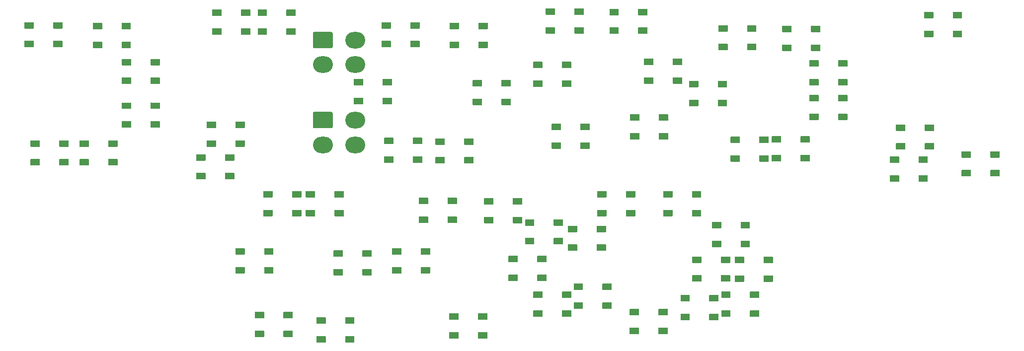
<source format=gbr>
%TF.GenerationSoftware,KiCad,Pcbnew,(5.1.10)-1*%
%TF.CreationDate,2021-11-17T10:49:59+11:00*%
%TF.ProjectId,HUD Panel PCB V2,48554420-5061-46e6-956c-205043422056,rev?*%
%TF.SameCoordinates,Original*%
%TF.FileFunction,Soldermask,Top*%
%TF.FilePolarity,Negative*%
%FSLAX46Y46*%
G04 Gerber Fmt 4.6, Leading zero omitted, Abs format (unit mm)*
G04 Created by KiCad (PCBNEW (5.1.10)-1) date 2021-11-17 10:49:59*
%MOMM*%
%LPD*%
G01*
G04 APERTURE LIST*
%ADD10O,3.400000X2.800000*%
G04 APERTURE END LIST*
%TO.C,D56*%
G36*
G01*
X223350000Y-43900000D02*
X223350000Y-42900000D01*
G75*
G02*
X223400000Y-42850000I50000J0D01*
G01*
X224900000Y-42850000D01*
G75*
G02*
X224950000Y-42900000I0J-50000D01*
G01*
X224950000Y-43900000D01*
G75*
G02*
X224900000Y-43950000I-50000J0D01*
G01*
X223400000Y-43950000D01*
G75*
G02*
X223350000Y-43900000I0J50000D01*
G01*
G37*
G36*
G01*
X223350000Y-47100000D02*
X223350000Y-46100000D01*
G75*
G02*
X223400000Y-46050000I50000J0D01*
G01*
X224900000Y-46050000D01*
G75*
G02*
X224950000Y-46100000I0J-50000D01*
G01*
X224950000Y-47100000D01*
G75*
G02*
X224900000Y-47150000I-50000J0D01*
G01*
X223400000Y-47150000D01*
G75*
G02*
X223350000Y-47100000I0J50000D01*
G01*
G37*
G36*
G01*
X228250000Y-43900000D02*
X228250000Y-42900000D01*
G75*
G02*
X228300000Y-42850000I50000J0D01*
G01*
X229800000Y-42850000D01*
G75*
G02*
X229850000Y-42900000I0J-50000D01*
G01*
X229850000Y-43900000D01*
G75*
G02*
X229800000Y-43950000I-50000J0D01*
G01*
X228300000Y-43950000D01*
G75*
G02*
X228250000Y-43900000I0J50000D01*
G01*
G37*
G36*
G01*
X228250000Y-47100000D02*
X228250000Y-46100000D01*
G75*
G02*
X228300000Y-46050000I50000J0D01*
G01*
X229800000Y-46050000D01*
G75*
G02*
X229850000Y-46100000I0J-50000D01*
G01*
X229850000Y-47100000D01*
G75*
G02*
X229800000Y-47150000I-50000J0D01*
G01*
X228300000Y-47150000D01*
G75*
G02*
X228250000Y-47100000I0J50000D01*
G01*
G37*
%TD*%
%TO.C,D55*%
G36*
G01*
X229750000Y-67650000D02*
X229750000Y-66650000D01*
G75*
G02*
X229800000Y-66600000I50000J0D01*
G01*
X231300000Y-66600000D01*
G75*
G02*
X231350000Y-66650000I0J-50000D01*
G01*
X231350000Y-67650000D01*
G75*
G02*
X231300000Y-67700000I-50000J0D01*
G01*
X229800000Y-67700000D01*
G75*
G02*
X229750000Y-67650000I0J50000D01*
G01*
G37*
G36*
G01*
X229750000Y-70850000D02*
X229750000Y-69850000D01*
G75*
G02*
X229800000Y-69800000I50000J0D01*
G01*
X231300000Y-69800000D01*
G75*
G02*
X231350000Y-69850000I0J-50000D01*
G01*
X231350000Y-70850000D01*
G75*
G02*
X231300000Y-70900000I-50000J0D01*
G01*
X229800000Y-70900000D01*
G75*
G02*
X229750000Y-70850000I0J50000D01*
G01*
G37*
G36*
G01*
X234650000Y-67650000D02*
X234650000Y-66650000D01*
G75*
G02*
X234700000Y-66600000I50000J0D01*
G01*
X236200000Y-66600000D01*
G75*
G02*
X236250000Y-66650000I0J-50000D01*
G01*
X236250000Y-67650000D01*
G75*
G02*
X236200000Y-67700000I-50000J0D01*
G01*
X234700000Y-67700000D01*
G75*
G02*
X234650000Y-67650000I0J50000D01*
G01*
G37*
G36*
G01*
X234650000Y-70850000D02*
X234650000Y-69850000D01*
G75*
G02*
X234700000Y-69800000I50000J0D01*
G01*
X236200000Y-69800000D01*
G75*
G02*
X236250000Y-69850000I0J-50000D01*
G01*
X236250000Y-70850000D01*
G75*
G02*
X236200000Y-70900000I-50000J0D01*
G01*
X234700000Y-70900000D01*
G75*
G02*
X234650000Y-70850000I0J50000D01*
G01*
G37*
%TD*%
%TO.C,D54*%
G36*
G01*
X218582000Y-63086000D02*
X218582000Y-62086000D01*
G75*
G02*
X218632000Y-62036000I50000J0D01*
G01*
X220132000Y-62036000D01*
G75*
G02*
X220182000Y-62086000I0J-50000D01*
G01*
X220182000Y-63086000D01*
G75*
G02*
X220132000Y-63136000I-50000J0D01*
G01*
X218632000Y-63136000D01*
G75*
G02*
X218582000Y-63086000I0J50000D01*
G01*
G37*
G36*
G01*
X218582000Y-66286000D02*
X218582000Y-65286000D01*
G75*
G02*
X218632000Y-65236000I50000J0D01*
G01*
X220132000Y-65236000D01*
G75*
G02*
X220182000Y-65286000I0J-50000D01*
G01*
X220182000Y-66286000D01*
G75*
G02*
X220132000Y-66336000I-50000J0D01*
G01*
X218632000Y-66336000D01*
G75*
G02*
X218582000Y-66286000I0J50000D01*
G01*
G37*
G36*
G01*
X223482000Y-63086000D02*
X223482000Y-62086000D01*
G75*
G02*
X223532000Y-62036000I50000J0D01*
G01*
X225032000Y-62036000D01*
G75*
G02*
X225082000Y-62086000I0J-50000D01*
G01*
X225082000Y-63086000D01*
G75*
G02*
X225032000Y-63136000I-50000J0D01*
G01*
X223532000Y-63136000D01*
G75*
G02*
X223482000Y-63086000I0J50000D01*
G01*
G37*
G36*
G01*
X223482000Y-66286000D02*
X223482000Y-65286000D01*
G75*
G02*
X223532000Y-65236000I50000J0D01*
G01*
X225032000Y-65236000D01*
G75*
G02*
X225082000Y-65286000I0J-50000D01*
G01*
X225082000Y-66286000D01*
G75*
G02*
X225032000Y-66336000I-50000J0D01*
G01*
X223532000Y-66336000D01*
G75*
G02*
X223482000Y-66286000I0J50000D01*
G01*
G37*
%TD*%
%TO.C,D53*%
G36*
G01*
X217513000Y-68572000D02*
X217513000Y-67572000D01*
G75*
G02*
X217563000Y-67522000I50000J0D01*
G01*
X219063000Y-67522000D01*
G75*
G02*
X219113000Y-67572000I0J-50000D01*
G01*
X219113000Y-68572000D01*
G75*
G02*
X219063000Y-68622000I-50000J0D01*
G01*
X217563000Y-68622000D01*
G75*
G02*
X217513000Y-68572000I0J50000D01*
G01*
G37*
G36*
G01*
X217513000Y-71772000D02*
X217513000Y-70772000D01*
G75*
G02*
X217563000Y-70722000I50000J0D01*
G01*
X219063000Y-70722000D01*
G75*
G02*
X219113000Y-70772000I0J-50000D01*
G01*
X219113000Y-71772000D01*
G75*
G02*
X219063000Y-71822000I-50000J0D01*
G01*
X217563000Y-71822000D01*
G75*
G02*
X217513000Y-71772000I0J50000D01*
G01*
G37*
G36*
G01*
X222413000Y-68572000D02*
X222413000Y-67572000D01*
G75*
G02*
X222463000Y-67522000I50000J0D01*
G01*
X223963000Y-67522000D01*
G75*
G02*
X224013000Y-67572000I0J-50000D01*
G01*
X224013000Y-68572000D01*
G75*
G02*
X223963000Y-68622000I-50000J0D01*
G01*
X222463000Y-68622000D01*
G75*
G02*
X222413000Y-68572000I0J50000D01*
G01*
G37*
G36*
G01*
X222413000Y-71772000D02*
X222413000Y-70772000D01*
G75*
G02*
X222463000Y-70722000I50000J0D01*
G01*
X223963000Y-70722000D01*
G75*
G02*
X224013000Y-70772000I0J-50000D01*
G01*
X224013000Y-71772000D01*
G75*
G02*
X223963000Y-71822000I-50000J0D01*
G01*
X222463000Y-71822000D01*
G75*
G02*
X222413000Y-71772000I0J50000D01*
G01*
G37*
%TD*%
%TO.C,D52*%
G36*
G01*
X190400000Y-65150000D02*
X190400000Y-64150000D01*
G75*
G02*
X190450000Y-64100000I50000J0D01*
G01*
X191950000Y-64100000D01*
G75*
G02*
X192000000Y-64150000I0J-50000D01*
G01*
X192000000Y-65150000D01*
G75*
G02*
X191950000Y-65200000I-50000J0D01*
G01*
X190450000Y-65200000D01*
G75*
G02*
X190400000Y-65150000I0J50000D01*
G01*
G37*
G36*
G01*
X190400000Y-68350000D02*
X190400000Y-67350000D01*
G75*
G02*
X190450000Y-67300000I50000J0D01*
G01*
X191950000Y-67300000D01*
G75*
G02*
X192000000Y-67350000I0J-50000D01*
G01*
X192000000Y-68350000D01*
G75*
G02*
X191950000Y-68400000I-50000J0D01*
G01*
X190450000Y-68400000D01*
G75*
G02*
X190400000Y-68350000I0J50000D01*
G01*
G37*
G36*
G01*
X195300000Y-65150000D02*
X195300000Y-64150000D01*
G75*
G02*
X195350000Y-64100000I50000J0D01*
G01*
X196850000Y-64100000D01*
G75*
G02*
X196900000Y-64150000I0J-50000D01*
G01*
X196900000Y-65150000D01*
G75*
G02*
X196850000Y-65200000I-50000J0D01*
G01*
X195350000Y-65200000D01*
G75*
G02*
X195300000Y-65150000I0J50000D01*
G01*
G37*
G36*
G01*
X195300000Y-68350000D02*
X195300000Y-67350000D01*
G75*
G02*
X195350000Y-67300000I50000J0D01*
G01*
X196850000Y-67300000D01*
G75*
G02*
X196900000Y-67350000I0J-50000D01*
G01*
X196900000Y-68350000D01*
G75*
G02*
X196850000Y-68400000I-50000J0D01*
G01*
X195350000Y-68400000D01*
G75*
G02*
X195300000Y-68350000I0J50000D01*
G01*
G37*
%TD*%
%TO.C,D51*%
G36*
G01*
X197400000Y-65100000D02*
X197400000Y-64100000D01*
G75*
G02*
X197450000Y-64050000I50000J0D01*
G01*
X198950000Y-64050000D01*
G75*
G02*
X199000000Y-64100000I0J-50000D01*
G01*
X199000000Y-65100000D01*
G75*
G02*
X198950000Y-65150000I-50000J0D01*
G01*
X197450000Y-65150000D01*
G75*
G02*
X197400000Y-65100000I0J50000D01*
G01*
G37*
G36*
G01*
X197400000Y-68300000D02*
X197400000Y-67300000D01*
G75*
G02*
X197450000Y-67250000I50000J0D01*
G01*
X198950000Y-67250000D01*
G75*
G02*
X199000000Y-67300000I0J-50000D01*
G01*
X199000000Y-68300000D01*
G75*
G02*
X198950000Y-68350000I-50000J0D01*
G01*
X197450000Y-68350000D01*
G75*
G02*
X197400000Y-68300000I0J50000D01*
G01*
G37*
G36*
G01*
X202300000Y-65100000D02*
X202300000Y-64100000D01*
G75*
G02*
X202350000Y-64050000I50000J0D01*
G01*
X203850000Y-64050000D01*
G75*
G02*
X203900000Y-64100000I0J-50000D01*
G01*
X203900000Y-65100000D01*
G75*
G02*
X203850000Y-65150000I-50000J0D01*
G01*
X202350000Y-65150000D01*
G75*
G02*
X202300000Y-65100000I0J50000D01*
G01*
G37*
G36*
G01*
X202300000Y-68300000D02*
X202300000Y-67300000D01*
G75*
G02*
X202350000Y-67250000I50000J0D01*
G01*
X203850000Y-67250000D01*
G75*
G02*
X203900000Y-67300000I0J-50000D01*
G01*
X203900000Y-68300000D01*
G75*
G02*
X203850000Y-68350000I-50000J0D01*
G01*
X202350000Y-68350000D01*
G75*
G02*
X202300000Y-68300000I0J50000D01*
G01*
G37*
%TD*%
%TO.C,D50*%
G36*
G01*
X203800000Y-58050000D02*
X203800000Y-57050000D01*
G75*
G02*
X203850000Y-57000000I50000J0D01*
G01*
X205350000Y-57000000D01*
G75*
G02*
X205400000Y-57050000I0J-50000D01*
G01*
X205400000Y-58050000D01*
G75*
G02*
X205350000Y-58100000I-50000J0D01*
G01*
X203850000Y-58100000D01*
G75*
G02*
X203800000Y-58050000I0J50000D01*
G01*
G37*
G36*
G01*
X203800000Y-61250000D02*
X203800000Y-60250000D01*
G75*
G02*
X203850000Y-60200000I50000J0D01*
G01*
X205350000Y-60200000D01*
G75*
G02*
X205400000Y-60250000I0J-50000D01*
G01*
X205400000Y-61250000D01*
G75*
G02*
X205350000Y-61300000I-50000J0D01*
G01*
X203850000Y-61300000D01*
G75*
G02*
X203800000Y-61250000I0J50000D01*
G01*
G37*
G36*
G01*
X208700000Y-58050000D02*
X208700000Y-57050000D01*
G75*
G02*
X208750000Y-57000000I50000J0D01*
G01*
X210250000Y-57000000D01*
G75*
G02*
X210300000Y-57050000I0J-50000D01*
G01*
X210300000Y-58050000D01*
G75*
G02*
X210250000Y-58100000I-50000J0D01*
G01*
X208750000Y-58100000D01*
G75*
G02*
X208700000Y-58050000I0J50000D01*
G01*
G37*
G36*
G01*
X208700000Y-61250000D02*
X208700000Y-60250000D01*
G75*
G02*
X208750000Y-60200000I50000J0D01*
G01*
X210250000Y-60200000D01*
G75*
G02*
X210300000Y-60250000I0J-50000D01*
G01*
X210300000Y-61250000D01*
G75*
G02*
X210250000Y-61300000I-50000J0D01*
G01*
X208750000Y-61300000D01*
G75*
G02*
X208700000Y-61250000I0J50000D01*
G01*
G37*
%TD*%
%TO.C,D49*%
G36*
G01*
X203800000Y-52150000D02*
X203800000Y-51150000D01*
G75*
G02*
X203850000Y-51100000I50000J0D01*
G01*
X205350000Y-51100000D01*
G75*
G02*
X205400000Y-51150000I0J-50000D01*
G01*
X205400000Y-52150000D01*
G75*
G02*
X205350000Y-52200000I-50000J0D01*
G01*
X203850000Y-52200000D01*
G75*
G02*
X203800000Y-52150000I0J50000D01*
G01*
G37*
G36*
G01*
X203800000Y-55350000D02*
X203800000Y-54350000D01*
G75*
G02*
X203850000Y-54300000I50000J0D01*
G01*
X205350000Y-54300000D01*
G75*
G02*
X205400000Y-54350000I0J-50000D01*
G01*
X205400000Y-55350000D01*
G75*
G02*
X205350000Y-55400000I-50000J0D01*
G01*
X203850000Y-55400000D01*
G75*
G02*
X203800000Y-55350000I0J50000D01*
G01*
G37*
G36*
G01*
X208700000Y-52150000D02*
X208700000Y-51150000D01*
G75*
G02*
X208750000Y-51100000I50000J0D01*
G01*
X210250000Y-51100000D01*
G75*
G02*
X210300000Y-51150000I0J-50000D01*
G01*
X210300000Y-52150000D01*
G75*
G02*
X210250000Y-52200000I-50000J0D01*
G01*
X208750000Y-52200000D01*
G75*
G02*
X208700000Y-52150000I0J50000D01*
G01*
G37*
G36*
G01*
X208700000Y-55350000D02*
X208700000Y-54350000D01*
G75*
G02*
X208750000Y-54300000I50000J0D01*
G01*
X210250000Y-54300000D01*
G75*
G02*
X210300000Y-54350000I0J-50000D01*
G01*
X210300000Y-55350000D01*
G75*
G02*
X210250000Y-55400000I-50000J0D01*
G01*
X208750000Y-55400000D01*
G75*
G02*
X208700000Y-55350000I0J50000D01*
G01*
G37*
%TD*%
%TO.C,D48*%
G36*
G01*
X199200000Y-46250000D02*
X199200000Y-45250000D01*
G75*
G02*
X199250000Y-45200000I50000J0D01*
G01*
X200750000Y-45200000D01*
G75*
G02*
X200800000Y-45250000I0J-50000D01*
G01*
X200800000Y-46250000D01*
G75*
G02*
X200750000Y-46300000I-50000J0D01*
G01*
X199250000Y-46300000D01*
G75*
G02*
X199200000Y-46250000I0J50000D01*
G01*
G37*
G36*
G01*
X199200000Y-49450000D02*
X199200000Y-48450000D01*
G75*
G02*
X199250000Y-48400000I50000J0D01*
G01*
X200750000Y-48400000D01*
G75*
G02*
X200800000Y-48450000I0J-50000D01*
G01*
X200800000Y-49450000D01*
G75*
G02*
X200750000Y-49500000I-50000J0D01*
G01*
X199250000Y-49500000D01*
G75*
G02*
X199200000Y-49450000I0J50000D01*
G01*
G37*
G36*
G01*
X204100000Y-46250000D02*
X204100000Y-45250000D01*
G75*
G02*
X204150000Y-45200000I50000J0D01*
G01*
X205650000Y-45200000D01*
G75*
G02*
X205700000Y-45250000I0J-50000D01*
G01*
X205700000Y-46250000D01*
G75*
G02*
X205650000Y-46300000I-50000J0D01*
G01*
X204150000Y-46300000D01*
G75*
G02*
X204100000Y-46250000I0J50000D01*
G01*
G37*
G36*
G01*
X204100000Y-49450000D02*
X204100000Y-48450000D01*
G75*
G02*
X204150000Y-48400000I50000J0D01*
G01*
X205650000Y-48400000D01*
G75*
G02*
X205700000Y-48450000I0J-50000D01*
G01*
X205700000Y-49450000D01*
G75*
G02*
X205650000Y-49500000I-50000J0D01*
G01*
X204150000Y-49500000D01*
G75*
G02*
X204100000Y-49450000I0J50000D01*
G01*
G37*
%TD*%
%TO.C,D47*%
G36*
G01*
X188300000Y-46150000D02*
X188300000Y-45150000D01*
G75*
G02*
X188350000Y-45100000I50000J0D01*
G01*
X189850000Y-45100000D01*
G75*
G02*
X189900000Y-45150000I0J-50000D01*
G01*
X189900000Y-46150000D01*
G75*
G02*
X189850000Y-46200000I-50000J0D01*
G01*
X188350000Y-46200000D01*
G75*
G02*
X188300000Y-46150000I0J50000D01*
G01*
G37*
G36*
G01*
X188300000Y-49350000D02*
X188300000Y-48350000D01*
G75*
G02*
X188350000Y-48300000I50000J0D01*
G01*
X189850000Y-48300000D01*
G75*
G02*
X189900000Y-48350000I0J-50000D01*
G01*
X189900000Y-49350000D01*
G75*
G02*
X189850000Y-49400000I-50000J0D01*
G01*
X188350000Y-49400000D01*
G75*
G02*
X188300000Y-49350000I0J50000D01*
G01*
G37*
G36*
G01*
X193200000Y-46150000D02*
X193200000Y-45150000D01*
G75*
G02*
X193250000Y-45100000I50000J0D01*
G01*
X194750000Y-45100000D01*
G75*
G02*
X194800000Y-45150000I0J-50000D01*
G01*
X194800000Y-46150000D01*
G75*
G02*
X194750000Y-46200000I-50000J0D01*
G01*
X193250000Y-46200000D01*
G75*
G02*
X193200000Y-46150000I0J50000D01*
G01*
G37*
G36*
G01*
X193200000Y-49350000D02*
X193200000Y-48350000D01*
G75*
G02*
X193250000Y-48300000I50000J0D01*
G01*
X194750000Y-48300000D01*
G75*
G02*
X194800000Y-48350000I0J-50000D01*
G01*
X194800000Y-49350000D01*
G75*
G02*
X194750000Y-49400000I-50000J0D01*
G01*
X193250000Y-49400000D01*
G75*
G02*
X193200000Y-49350000I0J50000D01*
G01*
G37*
%TD*%
%TO.C,D46*%
G36*
G01*
X183300000Y-55650000D02*
X183300000Y-54650000D01*
G75*
G02*
X183350000Y-54600000I50000J0D01*
G01*
X184850000Y-54600000D01*
G75*
G02*
X184900000Y-54650000I0J-50000D01*
G01*
X184900000Y-55650000D01*
G75*
G02*
X184850000Y-55700000I-50000J0D01*
G01*
X183350000Y-55700000D01*
G75*
G02*
X183300000Y-55650000I0J50000D01*
G01*
G37*
G36*
G01*
X183300000Y-58850000D02*
X183300000Y-57850000D01*
G75*
G02*
X183350000Y-57800000I50000J0D01*
G01*
X184850000Y-57800000D01*
G75*
G02*
X184900000Y-57850000I0J-50000D01*
G01*
X184900000Y-58850000D01*
G75*
G02*
X184850000Y-58900000I-50000J0D01*
G01*
X183350000Y-58900000D01*
G75*
G02*
X183300000Y-58850000I0J50000D01*
G01*
G37*
G36*
G01*
X188200000Y-55650000D02*
X188200000Y-54650000D01*
G75*
G02*
X188250000Y-54600000I50000J0D01*
G01*
X189750000Y-54600000D01*
G75*
G02*
X189800000Y-54650000I0J-50000D01*
G01*
X189800000Y-55650000D01*
G75*
G02*
X189750000Y-55700000I-50000J0D01*
G01*
X188250000Y-55700000D01*
G75*
G02*
X188200000Y-55650000I0J50000D01*
G01*
G37*
G36*
G01*
X188200000Y-58850000D02*
X188200000Y-57850000D01*
G75*
G02*
X188250000Y-57800000I50000J0D01*
G01*
X189750000Y-57800000D01*
G75*
G02*
X189800000Y-57850000I0J-50000D01*
G01*
X189800000Y-58850000D01*
G75*
G02*
X189750000Y-58900000I-50000J0D01*
G01*
X188250000Y-58900000D01*
G75*
G02*
X188200000Y-58850000I0J50000D01*
G01*
G37*
%TD*%
%TO.C,D45*%
G36*
G01*
X173250000Y-61350000D02*
X173250000Y-60350000D01*
G75*
G02*
X173300000Y-60300000I50000J0D01*
G01*
X174800000Y-60300000D01*
G75*
G02*
X174850000Y-60350000I0J-50000D01*
G01*
X174850000Y-61350000D01*
G75*
G02*
X174800000Y-61400000I-50000J0D01*
G01*
X173300000Y-61400000D01*
G75*
G02*
X173250000Y-61350000I0J50000D01*
G01*
G37*
G36*
G01*
X173250000Y-64550000D02*
X173250000Y-63550000D01*
G75*
G02*
X173300000Y-63500000I50000J0D01*
G01*
X174800000Y-63500000D01*
G75*
G02*
X174850000Y-63550000I0J-50000D01*
G01*
X174850000Y-64550000D01*
G75*
G02*
X174800000Y-64600000I-50000J0D01*
G01*
X173300000Y-64600000D01*
G75*
G02*
X173250000Y-64550000I0J50000D01*
G01*
G37*
G36*
G01*
X178150000Y-61350000D02*
X178150000Y-60350000D01*
G75*
G02*
X178200000Y-60300000I50000J0D01*
G01*
X179700000Y-60300000D01*
G75*
G02*
X179750000Y-60350000I0J-50000D01*
G01*
X179750000Y-61350000D01*
G75*
G02*
X179700000Y-61400000I-50000J0D01*
G01*
X178200000Y-61400000D01*
G75*
G02*
X178150000Y-61350000I0J50000D01*
G01*
G37*
G36*
G01*
X178150000Y-64550000D02*
X178150000Y-63550000D01*
G75*
G02*
X178200000Y-63500000I50000J0D01*
G01*
X179700000Y-63500000D01*
G75*
G02*
X179750000Y-63550000I0J-50000D01*
G01*
X179750000Y-64550000D01*
G75*
G02*
X179700000Y-64600000I-50000J0D01*
G01*
X178200000Y-64600000D01*
G75*
G02*
X178150000Y-64550000I0J50000D01*
G01*
G37*
%TD*%
%TO.C,D44*%
G36*
G01*
X175650000Y-51850000D02*
X175650000Y-50850000D01*
G75*
G02*
X175700000Y-50800000I50000J0D01*
G01*
X177200000Y-50800000D01*
G75*
G02*
X177250000Y-50850000I0J-50000D01*
G01*
X177250000Y-51850000D01*
G75*
G02*
X177200000Y-51900000I-50000J0D01*
G01*
X175700000Y-51900000D01*
G75*
G02*
X175650000Y-51850000I0J50000D01*
G01*
G37*
G36*
G01*
X175650000Y-55050000D02*
X175650000Y-54050000D01*
G75*
G02*
X175700000Y-54000000I50000J0D01*
G01*
X177200000Y-54000000D01*
G75*
G02*
X177250000Y-54050000I0J-50000D01*
G01*
X177250000Y-55050000D01*
G75*
G02*
X177200000Y-55100000I-50000J0D01*
G01*
X175700000Y-55100000D01*
G75*
G02*
X175650000Y-55050000I0J50000D01*
G01*
G37*
G36*
G01*
X180550000Y-51850000D02*
X180550000Y-50850000D01*
G75*
G02*
X180600000Y-50800000I50000J0D01*
G01*
X182100000Y-50800000D01*
G75*
G02*
X182150000Y-50850000I0J-50000D01*
G01*
X182150000Y-51850000D01*
G75*
G02*
X182100000Y-51900000I-50000J0D01*
G01*
X180600000Y-51900000D01*
G75*
G02*
X180550000Y-51850000I0J50000D01*
G01*
G37*
G36*
G01*
X180550000Y-55050000D02*
X180550000Y-54050000D01*
G75*
G02*
X180600000Y-54000000I50000J0D01*
G01*
X182100000Y-54000000D01*
G75*
G02*
X182150000Y-54050000I0J-50000D01*
G01*
X182150000Y-55050000D01*
G75*
G02*
X182100000Y-55100000I-50000J0D01*
G01*
X180600000Y-55100000D01*
G75*
G02*
X180550000Y-55050000I0J50000D01*
G01*
G37*
%TD*%
%TO.C,D43*%
G36*
G01*
X169750000Y-43350000D02*
X169750000Y-42350000D01*
G75*
G02*
X169800000Y-42300000I50000J0D01*
G01*
X171300000Y-42300000D01*
G75*
G02*
X171350000Y-42350000I0J-50000D01*
G01*
X171350000Y-43350000D01*
G75*
G02*
X171300000Y-43400000I-50000J0D01*
G01*
X169800000Y-43400000D01*
G75*
G02*
X169750000Y-43350000I0J50000D01*
G01*
G37*
G36*
G01*
X169750000Y-46550000D02*
X169750000Y-45550000D01*
G75*
G02*
X169800000Y-45500000I50000J0D01*
G01*
X171300000Y-45500000D01*
G75*
G02*
X171350000Y-45550000I0J-50000D01*
G01*
X171350000Y-46550000D01*
G75*
G02*
X171300000Y-46600000I-50000J0D01*
G01*
X169800000Y-46600000D01*
G75*
G02*
X169750000Y-46550000I0J50000D01*
G01*
G37*
G36*
G01*
X174650000Y-43350000D02*
X174650000Y-42350000D01*
G75*
G02*
X174700000Y-42300000I50000J0D01*
G01*
X176200000Y-42300000D01*
G75*
G02*
X176250000Y-42350000I0J-50000D01*
G01*
X176250000Y-43350000D01*
G75*
G02*
X176200000Y-43400000I-50000J0D01*
G01*
X174700000Y-43400000D01*
G75*
G02*
X174650000Y-43350000I0J50000D01*
G01*
G37*
G36*
G01*
X174650000Y-46550000D02*
X174650000Y-45550000D01*
G75*
G02*
X174700000Y-45500000I50000J0D01*
G01*
X176200000Y-45500000D01*
G75*
G02*
X176250000Y-45550000I0J-50000D01*
G01*
X176250000Y-46550000D01*
G75*
G02*
X176200000Y-46600000I-50000J0D01*
G01*
X174700000Y-46600000D01*
G75*
G02*
X174650000Y-46550000I0J50000D01*
G01*
G37*
%TD*%
%TO.C,D42*%
G36*
G01*
X158900000Y-43300000D02*
X158900000Y-42300000D01*
G75*
G02*
X158950000Y-42250000I50000J0D01*
G01*
X160450000Y-42250000D01*
G75*
G02*
X160500000Y-42300000I0J-50000D01*
G01*
X160500000Y-43300000D01*
G75*
G02*
X160450000Y-43350000I-50000J0D01*
G01*
X158950000Y-43350000D01*
G75*
G02*
X158900000Y-43300000I0J50000D01*
G01*
G37*
G36*
G01*
X158900000Y-46500000D02*
X158900000Y-45500000D01*
G75*
G02*
X158950000Y-45450000I50000J0D01*
G01*
X160450000Y-45450000D01*
G75*
G02*
X160500000Y-45500000I0J-50000D01*
G01*
X160500000Y-46500000D01*
G75*
G02*
X160450000Y-46550000I-50000J0D01*
G01*
X158950000Y-46550000D01*
G75*
G02*
X158900000Y-46500000I0J50000D01*
G01*
G37*
G36*
G01*
X163800000Y-43300000D02*
X163800000Y-42300000D01*
G75*
G02*
X163850000Y-42250000I50000J0D01*
G01*
X165350000Y-42250000D01*
G75*
G02*
X165400000Y-42300000I0J-50000D01*
G01*
X165400000Y-43300000D01*
G75*
G02*
X165350000Y-43350000I-50000J0D01*
G01*
X163850000Y-43350000D01*
G75*
G02*
X163800000Y-43300000I0J50000D01*
G01*
G37*
G36*
G01*
X163800000Y-46500000D02*
X163800000Y-45500000D01*
G75*
G02*
X163850000Y-45450000I50000J0D01*
G01*
X165350000Y-45450000D01*
G75*
G02*
X165400000Y-45500000I0J-50000D01*
G01*
X165400000Y-46500000D01*
G75*
G02*
X165350000Y-46550000I-50000J0D01*
G01*
X163850000Y-46550000D01*
G75*
G02*
X163800000Y-46500000I0J50000D01*
G01*
G37*
%TD*%
%TO.C,D41*%
G36*
G01*
X156750000Y-52400000D02*
X156750000Y-51400000D01*
G75*
G02*
X156800000Y-51350000I50000J0D01*
G01*
X158300000Y-51350000D01*
G75*
G02*
X158350000Y-51400000I0J-50000D01*
G01*
X158350000Y-52400000D01*
G75*
G02*
X158300000Y-52450000I-50000J0D01*
G01*
X156800000Y-52450000D01*
G75*
G02*
X156750000Y-52400000I0J50000D01*
G01*
G37*
G36*
G01*
X156750000Y-55600000D02*
X156750000Y-54600000D01*
G75*
G02*
X156800000Y-54550000I50000J0D01*
G01*
X158300000Y-54550000D01*
G75*
G02*
X158350000Y-54600000I0J-50000D01*
G01*
X158350000Y-55600000D01*
G75*
G02*
X158300000Y-55650000I-50000J0D01*
G01*
X156800000Y-55650000D01*
G75*
G02*
X156750000Y-55600000I0J50000D01*
G01*
G37*
G36*
G01*
X161650000Y-52400000D02*
X161650000Y-51400000D01*
G75*
G02*
X161700000Y-51350000I50000J0D01*
G01*
X163200000Y-51350000D01*
G75*
G02*
X163250000Y-51400000I0J-50000D01*
G01*
X163250000Y-52400000D01*
G75*
G02*
X163200000Y-52450000I-50000J0D01*
G01*
X161700000Y-52450000D01*
G75*
G02*
X161650000Y-52400000I0J50000D01*
G01*
G37*
G36*
G01*
X161650000Y-55600000D02*
X161650000Y-54600000D01*
G75*
G02*
X161700000Y-54550000I50000J0D01*
G01*
X163200000Y-54550000D01*
G75*
G02*
X163250000Y-54600000I0J-50000D01*
G01*
X163250000Y-55600000D01*
G75*
G02*
X163200000Y-55650000I-50000J0D01*
G01*
X161700000Y-55650000D01*
G75*
G02*
X161650000Y-55600000I0J50000D01*
G01*
G37*
%TD*%
%TO.C,D40*%
G36*
G01*
X159908000Y-62959000D02*
X159908000Y-61959000D01*
G75*
G02*
X159958000Y-61909000I50000J0D01*
G01*
X161458000Y-61909000D01*
G75*
G02*
X161508000Y-61959000I0J-50000D01*
G01*
X161508000Y-62959000D01*
G75*
G02*
X161458000Y-63009000I-50000J0D01*
G01*
X159958000Y-63009000D01*
G75*
G02*
X159908000Y-62959000I0J50000D01*
G01*
G37*
G36*
G01*
X159908000Y-66159000D02*
X159908000Y-65159000D01*
G75*
G02*
X159958000Y-65109000I50000J0D01*
G01*
X161458000Y-65109000D01*
G75*
G02*
X161508000Y-65159000I0J-50000D01*
G01*
X161508000Y-66159000D01*
G75*
G02*
X161458000Y-66209000I-50000J0D01*
G01*
X159958000Y-66209000D01*
G75*
G02*
X159908000Y-66159000I0J50000D01*
G01*
G37*
G36*
G01*
X164808000Y-62959000D02*
X164808000Y-61959000D01*
G75*
G02*
X164858000Y-61909000I50000J0D01*
G01*
X166358000Y-61909000D01*
G75*
G02*
X166408000Y-61959000I0J-50000D01*
G01*
X166408000Y-62959000D01*
G75*
G02*
X166358000Y-63009000I-50000J0D01*
G01*
X164858000Y-63009000D01*
G75*
G02*
X164808000Y-62959000I0J50000D01*
G01*
G37*
G36*
G01*
X164808000Y-66159000D02*
X164808000Y-65159000D01*
G75*
G02*
X164858000Y-65109000I50000J0D01*
G01*
X166358000Y-65109000D01*
G75*
G02*
X166408000Y-65159000I0J-50000D01*
G01*
X166408000Y-66159000D01*
G75*
G02*
X166358000Y-66209000I-50000J0D01*
G01*
X164858000Y-66209000D01*
G75*
G02*
X164808000Y-66159000I0J50000D01*
G01*
G37*
%TD*%
%TO.C,D39*%
G36*
G01*
X162650000Y-80350000D02*
X162650000Y-79350000D01*
G75*
G02*
X162700000Y-79300000I50000J0D01*
G01*
X164200000Y-79300000D01*
G75*
G02*
X164250000Y-79350000I0J-50000D01*
G01*
X164250000Y-80350000D01*
G75*
G02*
X164200000Y-80400000I-50000J0D01*
G01*
X162700000Y-80400000D01*
G75*
G02*
X162650000Y-80350000I0J50000D01*
G01*
G37*
G36*
G01*
X162650000Y-83550000D02*
X162650000Y-82550000D01*
G75*
G02*
X162700000Y-82500000I50000J0D01*
G01*
X164200000Y-82500000D01*
G75*
G02*
X164250000Y-82550000I0J-50000D01*
G01*
X164250000Y-83550000D01*
G75*
G02*
X164200000Y-83600000I-50000J0D01*
G01*
X162700000Y-83600000D01*
G75*
G02*
X162650000Y-83550000I0J50000D01*
G01*
G37*
G36*
G01*
X167550000Y-80350000D02*
X167550000Y-79350000D01*
G75*
G02*
X167600000Y-79300000I50000J0D01*
G01*
X169100000Y-79300000D01*
G75*
G02*
X169150000Y-79350000I0J-50000D01*
G01*
X169150000Y-80350000D01*
G75*
G02*
X169100000Y-80400000I-50000J0D01*
G01*
X167600000Y-80400000D01*
G75*
G02*
X167550000Y-80350000I0J50000D01*
G01*
G37*
G36*
G01*
X167550000Y-83550000D02*
X167550000Y-82550000D01*
G75*
G02*
X167600000Y-82500000I50000J0D01*
G01*
X169100000Y-82500000D01*
G75*
G02*
X169150000Y-82550000I0J-50000D01*
G01*
X169150000Y-83550000D01*
G75*
G02*
X169100000Y-83600000I-50000J0D01*
G01*
X167600000Y-83600000D01*
G75*
G02*
X167550000Y-83550000I0J50000D01*
G01*
G37*
%TD*%
%TO.C,D38*%
G36*
G01*
X167650000Y-74450000D02*
X167650000Y-73450000D01*
G75*
G02*
X167700000Y-73400000I50000J0D01*
G01*
X169200000Y-73400000D01*
G75*
G02*
X169250000Y-73450000I0J-50000D01*
G01*
X169250000Y-74450000D01*
G75*
G02*
X169200000Y-74500000I-50000J0D01*
G01*
X167700000Y-74500000D01*
G75*
G02*
X167650000Y-74450000I0J50000D01*
G01*
G37*
G36*
G01*
X167650000Y-77650000D02*
X167650000Y-76650000D01*
G75*
G02*
X167700000Y-76600000I50000J0D01*
G01*
X169200000Y-76600000D01*
G75*
G02*
X169250000Y-76650000I0J-50000D01*
G01*
X169250000Y-77650000D01*
G75*
G02*
X169200000Y-77700000I-50000J0D01*
G01*
X167700000Y-77700000D01*
G75*
G02*
X167650000Y-77650000I0J50000D01*
G01*
G37*
G36*
G01*
X172550000Y-74450000D02*
X172550000Y-73450000D01*
G75*
G02*
X172600000Y-73400000I50000J0D01*
G01*
X174100000Y-73400000D01*
G75*
G02*
X174150000Y-73450000I0J-50000D01*
G01*
X174150000Y-74450000D01*
G75*
G02*
X174100000Y-74500000I-50000J0D01*
G01*
X172600000Y-74500000D01*
G75*
G02*
X172550000Y-74450000I0J50000D01*
G01*
G37*
G36*
G01*
X172550000Y-77650000D02*
X172550000Y-76650000D01*
G75*
G02*
X172600000Y-76600000I50000J0D01*
G01*
X174100000Y-76600000D01*
G75*
G02*
X174150000Y-76650000I0J-50000D01*
G01*
X174150000Y-77650000D01*
G75*
G02*
X174100000Y-77700000I-50000J0D01*
G01*
X172600000Y-77700000D01*
G75*
G02*
X172550000Y-77650000I0J50000D01*
G01*
G37*
%TD*%
%TO.C,D37*%
G36*
G01*
X178900000Y-74450000D02*
X178900000Y-73450000D01*
G75*
G02*
X178950000Y-73400000I50000J0D01*
G01*
X180450000Y-73400000D01*
G75*
G02*
X180500000Y-73450000I0J-50000D01*
G01*
X180500000Y-74450000D01*
G75*
G02*
X180450000Y-74500000I-50000J0D01*
G01*
X178950000Y-74500000D01*
G75*
G02*
X178900000Y-74450000I0J50000D01*
G01*
G37*
G36*
G01*
X178900000Y-77650000D02*
X178900000Y-76650000D01*
G75*
G02*
X178950000Y-76600000I50000J0D01*
G01*
X180450000Y-76600000D01*
G75*
G02*
X180500000Y-76650000I0J-50000D01*
G01*
X180500000Y-77650000D01*
G75*
G02*
X180450000Y-77700000I-50000J0D01*
G01*
X178950000Y-77700000D01*
G75*
G02*
X178900000Y-77650000I0J50000D01*
G01*
G37*
G36*
G01*
X183800000Y-74450000D02*
X183800000Y-73450000D01*
G75*
G02*
X183850000Y-73400000I50000J0D01*
G01*
X185350000Y-73400000D01*
G75*
G02*
X185400000Y-73450000I0J-50000D01*
G01*
X185400000Y-74450000D01*
G75*
G02*
X185350000Y-74500000I-50000J0D01*
G01*
X183850000Y-74500000D01*
G75*
G02*
X183800000Y-74450000I0J50000D01*
G01*
G37*
G36*
G01*
X183800000Y-77650000D02*
X183800000Y-76650000D01*
G75*
G02*
X183850000Y-76600000I50000J0D01*
G01*
X185350000Y-76600000D01*
G75*
G02*
X185400000Y-76650000I0J-50000D01*
G01*
X185400000Y-77650000D01*
G75*
G02*
X185350000Y-77700000I-50000J0D01*
G01*
X183850000Y-77700000D01*
G75*
G02*
X183800000Y-77650000I0J50000D01*
G01*
G37*
%TD*%
%TO.C,D36*%
G36*
G01*
X187200000Y-79700000D02*
X187200000Y-78700000D01*
G75*
G02*
X187250000Y-78650000I50000J0D01*
G01*
X188750000Y-78650000D01*
G75*
G02*
X188800000Y-78700000I0J-50000D01*
G01*
X188800000Y-79700000D01*
G75*
G02*
X188750000Y-79750000I-50000J0D01*
G01*
X187250000Y-79750000D01*
G75*
G02*
X187200000Y-79700000I0J50000D01*
G01*
G37*
G36*
G01*
X187200000Y-82900000D02*
X187200000Y-81900000D01*
G75*
G02*
X187250000Y-81850000I50000J0D01*
G01*
X188750000Y-81850000D01*
G75*
G02*
X188800000Y-81900000I0J-50000D01*
G01*
X188800000Y-82900000D01*
G75*
G02*
X188750000Y-82950000I-50000J0D01*
G01*
X187250000Y-82950000D01*
G75*
G02*
X187200000Y-82900000I0J50000D01*
G01*
G37*
G36*
G01*
X192100000Y-79700000D02*
X192100000Y-78700000D01*
G75*
G02*
X192150000Y-78650000I50000J0D01*
G01*
X193650000Y-78650000D01*
G75*
G02*
X193700000Y-78700000I0J-50000D01*
G01*
X193700000Y-79700000D01*
G75*
G02*
X193650000Y-79750000I-50000J0D01*
G01*
X192150000Y-79750000D01*
G75*
G02*
X192100000Y-79700000I0J50000D01*
G01*
G37*
G36*
G01*
X192100000Y-82900000D02*
X192100000Y-81900000D01*
G75*
G02*
X192150000Y-81850000I50000J0D01*
G01*
X193650000Y-81850000D01*
G75*
G02*
X193700000Y-81900000I0J-50000D01*
G01*
X193700000Y-82900000D01*
G75*
G02*
X193650000Y-82950000I-50000J0D01*
G01*
X192150000Y-82950000D01*
G75*
G02*
X192100000Y-82900000I0J50000D01*
G01*
G37*
%TD*%
%TO.C,D35*%
G36*
G01*
X191100000Y-85650000D02*
X191100000Y-84650000D01*
G75*
G02*
X191150000Y-84600000I50000J0D01*
G01*
X192650000Y-84600000D01*
G75*
G02*
X192700000Y-84650000I0J-50000D01*
G01*
X192700000Y-85650000D01*
G75*
G02*
X192650000Y-85700000I-50000J0D01*
G01*
X191150000Y-85700000D01*
G75*
G02*
X191100000Y-85650000I0J50000D01*
G01*
G37*
G36*
G01*
X191100000Y-88850000D02*
X191100000Y-87850000D01*
G75*
G02*
X191150000Y-87800000I50000J0D01*
G01*
X192650000Y-87800000D01*
G75*
G02*
X192700000Y-87850000I0J-50000D01*
G01*
X192700000Y-88850000D01*
G75*
G02*
X192650000Y-88900000I-50000J0D01*
G01*
X191150000Y-88900000D01*
G75*
G02*
X191100000Y-88850000I0J50000D01*
G01*
G37*
G36*
G01*
X196000000Y-85650000D02*
X196000000Y-84650000D01*
G75*
G02*
X196050000Y-84600000I50000J0D01*
G01*
X197550000Y-84600000D01*
G75*
G02*
X197600000Y-84650000I0J-50000D01*
G01*
X197600000Y-85650000D01*
G75*
G02*
X197550000Y-85700000I-50000J0D01*
G01*
X196050000Y-85700000D01*
G75*
G02*
X196000000Y-85650000I0J50000D01*
G01*
G37*
G36*
G01*
X196000000Y-88850000D02*
X196000000Y-87850000D01*
G75*
G02*
X196050000Y-87800000I50000J0D01*
G01*
X197550000Y-87800000D01*
G75*
G02*
X197600000Y-87850000I0J-50000D01*
G01*
X197600000Y-88850000D01*
G75*
G02*
X197550000Y-88900000I-50000J0D01*
G01*
X196050000Y-88900000D01*
G75*
G02*
X196000000Y-88850000I0J50000D01*
G01*
G37*
%TD*%
%TO.C,D34*%
G36*
G01*
X183850000Y-85600000D02*
X183850000Y-84600000D01*
G75*
G02*
X183900000Y-84550000I50000J0D01*
G01*
X185400000Y-84550000D01*
G75*
G02*
X185450000Y-84600000I0J-50000D01*
G01*
X185450000Y-85600000D01*
G75*
G02*
X185400000Y-85650000I-50000J0D01*
G01*
X183900000Y-85650000D01*
G75*
G02*
X183850000Y-85600000I0J50000D01*
G01*
G37*
G36*
G01*
X183850000Y-88800000D02*
X183850000Y-87800000D01*
G75*
G02*
X183900000Y-87750000I50000J0D01*
G01*
X185400000Y-87750000D01*
G75*
G02*
X185450000Y-87800000I0J-50000D01*
G01*
X185450000Y-88800000D01*
G75*
G02*
X185400000Y-88850000I-50000J0D01*
G01*
X183900000Y-88850000D01*
G75*
G02*
X183850000Y-88800000I0J50000D01*
G01*
G37*
G36*
G01*
X188750000Y-85600000D02*
X188750000Y-84600000D01*
G75*
G02*
X188800000Y-84550000I50000J0D01*
G01*
X190300000Y-84550000D01*
G75*
G02*
X190350000Y-84600000I0J-50000D01*
G01*
X190350000Y-85600000D01*
G75*
G02*
X190300000Y-85650000I-50000J0D01*
G01*
X188800000Y-85650000D01*
G75*
G02*
X188750000Y-85600000I0J50000D01*
G01*
G37*
G36*
G01*
X188750000Y-88800000D02*
X188750000Y-87800000D01*
G75*
G02*
X188800000Y-87750000I50000J0D01*
G01*
X190300000Y-87750000D01*
G75*
G02*
X190350000Y-87800000I0J-50000D01*
G01*
X190350000Y-88800000D01*
G75*
G02*
X190300000Y-88850000I-50000J0D01*
G01*
X188800000Y-88850000D01*
G75*
G02*
X188750000Y-88800000I0J50000D01*
G01*
G37*
%TD*%
%TO.C,D33*%
G36*
G01*
X188800000Y-91600000D02*
X188800000Y-90600000D01*
G75*
G02*
X188850000Y-90550000I50000J0D01*
G01*
X190350000Y-90550000D01*
G75*
G02*
X190400000Y-90600000I0J-50000D01*
G01*
X190400000Y-91600000D01*
G75*
G02*
X190350000Y-91650000I-50000J0D01*
G01*
X188850000Y-91650000D01*
G75*
G02*
X188800000Y-91600000I0J50000D01*
G01*
G37*
G36*
G01*
X188800000Y-94800000D02*
X188800000Y-93800000D01*
G75*
G02*
X188850000Y-93750000I50000J0D01*
G01*
X190350000Y-93750000D01*
G75*
G02*
X190400000Y-93800000I0J-50000D01*
G01*
X190400000Y-94800000D01*
G75*
G02*
X190350000Y-94850000I-50000J0D01*
G01*
X188850000Y-94850000D01*
G75*
G02*
X188800000Y-94800000I0J50000D01*
G01*
G37*
G36*
G01*
X193700000Y-91600000D02*
X193700000Y-90600000D01*
G75*
G02*
X193750000Y-90550000I50000J0D01*
G01*
X195250000Y-90550000D01*
G75*
G02*
X195300000Y-90600000I0J-50000D01*
G01*
X195300000Y-91600000D01*
G75*
G02*
X195250000Y-91650000I-50000J0D01*
G01*
X193750000Y-91650000D01*
G75*
G02*
X193700000Y-91600000I0J50000D01*
G01*
G37*
G36*
G01*
X193700000Y-94800000D02*
X193700000Y-93800000D01*
G75*
G02*
X193750000Y-93750000I50000J0D01*
G01*
X195250000Y-93750000D01*
G75*
G02*
X195300000Y-93800000I0J-50000D01*
G01*
X195300000Y-94800000D01*
G75*
G02*
X195250000Y-94850000I-50000J0D01*
G01*
X193750000Y-94850000D01*
G75*
G02*
X193700000Y-94800000I0J50000D01*
G01*
G37*
%TD*%
%TO.C,D32*%
G36*
G01*
X181850000Y-92200000D02*
X181850000Y-91200000D01*
G75*
G02*
X181900000Y-91150000I50000J0D01*
G01*
X183400000Y-91150000D01*
G75*
G02*
X183450000Y-91200000I0J-50000D01*
G01*
X183450000Y-92200000D01*
G75*
G02*
X183400000Y-92250000I-50000J0D01*
G01*
X181900000Y-92250000D01*
G75*
G02*
X181850000Y-92200000I0J50000D01*
G01*
G37*
G36*
G01*
X181850000Y-95400000D02*
X181850000Y-94400000D01*
G75*
G02*
X181900000Y-94350000I50000J0D01*
G01*
X183400000Y-94350000D01*
G75*
G02*
X183450000Y-94400000I0J-50000D01*
G01*
X183450000Y-95400000D01*
G75*
G02*
X183400000Y-95450000I-50000J0D01*
G01*
X181900000Y-95450000D01*
G75*
G02*
X181850000Y-95400000I0J50000D01*
G01*
G37*
G36*
G01*
X186750000Y-92200000D02*
X186750000Y-91200000D01*
G75*
G02*
X186800000Y-91150000I50000J0D01*
G01*
X188300000Y-91150000D01*
G75*
G02*
X188350000Y-91200000I0J-50000D01*
G01*
X188350000Y-92200000D01*
G75*
G02*
X188300000Y-92250000I-50000J0D01*
G01*
X186800000Y-92250000D01*
G75*
G02*
X186750000Y-92200000I0J50000D01*
G01*
G37*
G36*
G01*
X186750000Y-95400000D02*
X186750000Y-94400000D01*
G75*
G02*
X186800000Y-94350000I50000J0D01*
G01*
X188300000Y-94350000D01*
G75*
G02*
X188350000Y-94400000I0J-50000D01*
G01*
X188350000Y-95400000D01*
G75*
G02*
X188300000Y-95450000I-50000J0D01*
G01*
X186800000Y-95450000D01*
G75*
G02*
X186750000Y-95400000I0J50000D01*
G01*
G37*
%TD*%
%TO.C,D31*%
G36*
G01*
X173200000Y-94550000D02*
X173200000Y-93550000D01*
G75*
G02*
X173250000Y-93500000I50000J0D01*
G01*
X174750000Y-93500000D01*
G75*
G02*
X174800000Y-93550000I0J-50000D01*
G01*
X174800000Y-94550000D01*
G75*
G02*
X174750000Y-94600000I-50000J0D01*
G01*
X173250000Y-94600000D01*
G75*
G02*
X173200000Y-94550000I0J50000D01*
G01*
G37*
G36*
G01*
X173200000Y-97750000D02*
X173200000Y-96750000D01*
G75*
G02*
X173250000Y-96700000I50000J0D01*
G01*
X174750000Y-96700000D01*
G75*
G02*
X174800000Y-96750000I0J-50000D01*
G01*
X174800000Y-97750000D01*
G75*
G02*
X174750000Y-97800000I-50000J0D01*
G01*
X173250000Y-97800000D01*
G75*
G02*
X173200000Y-97750000I0J50000D01*
G01*
G37*
G36*
G01*
X178100000Y-94550000D02*
X178100000Y-93550000D01*
G75*
G02*
X178150000Y-93500000I50000J0D01*
G01*
X179650000Y-93500000D01*
G75*
G02*
X179700000Y-93550000I0J-50000D01*
G01*
X179700000Y-94550000D01*
G75*
G02*
X179650000Y-94600000I-50000J0D01*
G01*
X178150000Y-94600000D01*
G75*
G02*
X178100000Y-94550000I0J50000D01*
G01*
G37*
G36*
G01*
X178100000Y-97750000D02*
X178100000Y-96750000D01*
G75*
G02*
X178150000Y-96700000I50000J0D01*
G01*
X179650000Y-96700000D01*
G75*
G02*
X179700000Y-96750000I0J-50000D01*
G01*
X179700000Y-97750000D01*
G75*
G02*
X179650000Y-97800000I-50000J0D01*
G01*
X178150000Y-97800000D01*
G75*
G02*
X178100000Y-97750000I0J50000D01*
G01*
G37*
%TD*%
%TO.C,D30*%
G36*
G01*
X163650000Y-90250000D02*
X163650000Y-89250000D01*
G75*
G02*
X163700000Y-89200000I50000J0D01*
G01*
X165200000Y-89200000D01*
G75*
G02*
X165250000Y-89250000I0J-50000D01*
G01*
X165250000Y-90250000D01*
G75*
G02*
X165200000Y-90300000I-50000J0D01*
G01*
X163700000Y-90300000D01*
G75*
G02*
X163650000Y-90250000I0J50000D01*
G01*
G37*
G36*
G01*
X163650000Y-93450000D02*
X163650000Y-92450000D01*
G75*
G02*
X163700000Y-92400000I50000J0D01*
G01*
X165200000Y-92400000D01*
G75*
G02*
X165250000Y-92450000I0J-50000D01*
G01*
X165250000Y-93450000D01*
G75*
G02*
X165200000Y-93500000I-50000J0D01*
G01*
X163700000Y-93500000D01*
G75*
G02*
X163650000Y-93450000I0J50000D01*
G01*
G37*
G36*
G01*
X168550000Y-90250000D02*
X168550000Y-89250000D01*
G75*
G02*
X168600000Y-89200000I50000J0D01*
G01*
X170100000Y-89200000D01*
G75*
G02*
X170150000Y-89250000I0J-50000D01*
G01*
X170150000Y-90250000D01*
G75*
G02*
X170100000Y-90300000I-50000J0D01*
G01*
X168600000Y-90300000D01*
G75*
G02*
X168550000Y-90250000I0J50000D01*
G01*
G37*
G36*
G01*
X168550000Y-93450000D02*
X168550000Y-92450000D01*
G75*
G02*
X168600000Y-92400000I50000J0D01*
G01*
X170100000Y-92400000D01*
G75*
G02*
X170150000Y-92450000I0J-50000D01*
G01*
X170150000Y-93450000D01*
G75*
G02*
X170100000Y-93500000I-50000J0D01*
G01*
X168600000Y-93500000D01*
G75*
G02*
X168550000Y-93450000I0J50000D01*
G01*
G37*
%TD*%
%TO.C,D29*%
G36*
G01*
X156782000Y-91584400D02*
X156782000Y-90584400D01*
G75*
G02*
X156832000Y-90534400I50000J0D01*
G01*
X158332000Y-90534400D01*
G75*
G02*
X158382000Y-90584400I0J-50000D01*
G01*
X158382000Y-91584400D01*
G75*
G02*
X158332000Y-91634400I-50000J0D01*
G01*
X156832000Y-91634400D01*
G75*
G02*
X156782000Y-91584400I0J50000D01*
G01*
G37*
G36*
G01*
X156782000Y-94784400D02*
X156782000Y-93784400D01*
G75*
G02*
X156832000Y-93734400I50000J0D01*
G01*
X158332000Y-93734400D01*
G75*
G02*
X158382000Y-93784400I0J-50000D01*
G01*
X158382000Y-94784400D01*
G75*
G02*
X158332000Y-94834400I-50000J0D01*
G01*
X156832000Y-94834400D01*
G75*
G02*
X156782000Y-94784400I0J50000D01*
G01*
G37*
G36*
G01*
X161682000Y-91584400D02*
X161682000Y-90584400D01*
G75*
G02*
X161732000Y-90534400I50000J0D01*
G01*
X163232000Y-90534400D01*
G75*
G02*
X163282000Y-90584400I0J-50000D01*
G01*
X163282000Y-91584400D01*
G75*
G02*
X163232000Y-91634400I-50000J0D01*
G01*
X161732000Y-91634400D01*
G75*
G02*
X161682000Y-91584400I0J50000D01*
G01*
G37*
G36*
G01*
X161682000Y-94784400D02*
X161682000Y-93784400D01*
G75*
G02*
X161732000Y-93734400I50000J0D01*
G01*
X163232000Y-93734400D01*
G75*
G02*
X163282000Y-93784400I0J-50000D01*
G01*
X163282000Y-94784400D01*
G75*
G02*
X163232000Y-94834400I-50000J0D01*
G01*
X161732000Y-94834400D01*
G75*
G02*
X161682000Y-94784400I0J50000D01*
G01*
G37*
%TD*%
%TO.C,D28*%
G36*
G01*
X132700000Y-84200000D02*
X132700000Y-83200000D01*
G75*
G02*
X132750000Y-83150000I50000J0D01*
G01*
X134250000Y-83150000D01*
G75*
G02*
X134300000Y-83200000I0J-50000D01*
G01*
X134300000Y-84200000D01*
G75*
G02*
X134250000Y-84250000I-50000J0D01*
G01*
X132750000Y-84250000D01*
G75*
G02*
X132700000Y-84200000I0J50000D01*
G01*
G37*
G36*
G01*
X132700000Y-87400000D02*
X132700000Y-86400000D01*
G75*
G02*
X132750000Y-86350000I50000J0D01*
G01*
X134250000Y-86350000D01*
G75*
G02*
X134300000Y-86400000I0J-50000D01*
G01*
X134300000Y-87400000D01*
G75*
G02*
X134250000Y-87450000I-50000J0D01*
G01*
X132750000Y-87450000D01*
G75*
G02*
X132700000Y-87400000I0J50000D01*
G01*
G37*
G36*
G01*
X137600000Y-84200000D02*
X137600000Y-83200000D01*
G75*
G02*
X137650000Y-83150000I50000J0D01*
G01*
X139150000Y-83150000D01*
G75*
G02*
X139200000Y-83200000I0J-50000D01*
G01*
X139200000Y-84200000D01*
G75*
G02*
X139150000Y-84250000I-50000J0D01*
G01*
X137650000Y-84250000D01*
G75*
G02*
X137600000Y-84200000I0J50000D01*
G01*
G37*
G36*
G01*
X137600000Y-87400000D02*
X137600000Y-86400000D01*
G75*
G02*
X137650000Y-86350000I50000J0D01*
G01*
X139150000Y-86350000D01*
G75*
G02*
X139200000Y-86400000I0J-50000D01*
G01*
X139200000Y-87400000D01*
G75*
G02*
X139150000Y-87450000I-50000J0D01*
G01*
X137650000Y-87450000D01*
G75*
G02*
X137600000Y-87400000I0J50000D01*
G01*
G37*
%TD*%
%TO.C,D27*%
G36*
G01*
X142450000Y-95300000D02*
X142450000Y-94300000D01*
G75*
G02*
X142500000Y-94250000I50000J0D01*
G01*
X144000000Y-94250000D01*
G75*
G02*
X144050000Y-94300000I0J-50000D01*
G01*
X144050000Y-95300000D01*
G75*
G02*
X144000000Y-95350000I-50000J0D01*
G01*
X142500000Y-95350000D01*
G75*
G02*
X142450000Y-95300000I0J50000D01*
G01*
G37*
G36*
G01*
X142450000Y-98500000D02*
X142450000Y-97500000D01*
G75*
G02*
X142500000Y-97450000I50000J0D01*
G01*
X144000000Y-97450000D01*
G75*
G02*
X144050000Y-97500000I0J-50000D01*
G01*
X144050000Y-98500000D01*
G75*
G02*
X144000000Y-98550000I-50000J0D01*
G01*
X142500000Y-98550000D01*
G75*
G02*
X142450000Y-98500000I0J50000D01*
G01*
G37*
G36*
G01*
X147350000Y-95300000D02*
X147350000Y-94300000D01*
G75*
G02*
X147400000Y-94250000I50000J0D01*
G01*
X148900000Y-94250000D01*
G75*
G02*
X148950000Y-94300000I0J-50000D01*
G01*
X148950000Y-95300000D01*
G75*
G02*
X148900000Y-95350000I-50000J0D01*
G01*
X147400000Y-95350000D01*
G75*
G02*
X147350000Y-95300000I0J50000D01*
G01*
G37*
G36*
G01*
X147350000Y-98500000D02*
X147350000Y-97500000D01*
G75*
G02*
X147400000Y-97450000I50000J0D01*
G01*
X148900000Y-97450000D01*
G75*
G02*
X148950000Y-97500000I0J-50000D01*
G01*
X148950000Y-98500000D01*
G75*
G02*
X148900000Y-98550000I-50000J0D01*
G01*
X147400000Y-98550000D01*
G75*
G02*
X147350000Y-98500000I0J50000D01*
G01*
G37*
%TD*%
%TO.C,D26*%
G36*
G01*
X152550000Y-85500000D02*
X152550000Y-84500000D01*
G75*
G02*
X152600000Y-84450000I50000J0D01*
G01*
X154100000Y-84450000D01*
G75*
G02*
X154150000Y-84500000I0J-50000D01*
G01*
X154150000Y-85500000D01*
G75*
G02*
X154100000Y-85550000I-50000J0D01*
G01*
X152600000Y-85550000D01*
G75*
G02*
X152550000Y-85500000I0J50000D01*
G01*
G37*
G36*
G01*
X152550000Y-88700000D02*
X152550000Y-87700000D01*
G75*
G02*
X152600000Y-87650000I50000J0D01*
G01*
X154100000Y-87650000D01*
G75*
G02*
X154150000Y-87700000I0J-50000D01*
G01*
X154150000Y-88700000D01*
G75*
G02*
X154100000Y-88750000I-50000J0D01*
G01*
X152600000Y-88750000D01*
G75*
G02*
X152550000Y-88700000I0J50000D01*
G01*
G37*
G36*
G01*
X157450000Y-85500000D02*
X157450000Y-84500000D01*
G75*
G02*
X157500000Y-84450000I50000J0D01*
G01*
X159000000Y-84450000D01*
G75*
G02*
X159050000Y-84500000I0J-50000D01*
G01*
X159050000Y-85500000D01*
G75*
G02*
X159000000Y-85550000I-50000J0D01*
G01*
X157500000Y-85550000D01*
G75*
G02*
X157450000Y-85500000I0J50000D01*
G01*
G37*
G36*
G01*
X157450000Y-88700000D02*
X157450000Y-87700000D01*
G75*
G02*
X157500000Y-87650000I50000J0D01*
G01*
X159000000Y-87650000D01*
G75*
G02*
X159050000Y-87700000I0J-50000D01*
G01*
X159050000Y-88700000D01*
G75*
G02*
X159000000Y-88750000I-50000J0D01*
G01*
X157500000Y-88750000D01*
G75*
G02*
X157450000Y-88700000I0J50000D01*
G01*
G37*
%TD*%
%TO.C,D25*%
G36*
G01*
X155350000Y-79250000D02*
X155350000Y-78250000D01*
G75*
G02*
X155400000Y-78200000I50000J0D01*
G01*
X156900000Y-78200000D01*
G75*
G02*
X156950000Y-78250000I0J-50000D01*
G01*
X156950000Y-79250000D01*
G75*
G02*
X156900000Y-79300000I-50000J0D01*
G01*
X155400000Y-79300000D01*
G75*
G02*
X155350000Y-79250000I0J50000D01*
G01*
G37*
G36*
G01*
X155350000Y-82450000D02*
X155350000Y-81450000D01*
G75*
G02*
X155400000Y-81400000I50000J0D01*
G01*
X156900000Y-81400000D01*
G75*
G02*
X156950000Y-81450000I0J-50000D01*
G01*
X156950000Y-82450000D01*
G75*
G02*
X156900000Y-82500000I-50000J0D01*
G01*
X155400000Y-82500000D01*
G75*
G02*
X155350000Y-82450000I0J50000D01*
G01*
G37*
G36*
G01*
X160250000Y-79250000D02*
X160250000Y-78250000D01*
G75*
G02*
X160300000Y-78200000I50000J0D01*
G01*
X161800000Y-78200000D01*
G75*
G02*
X161850000Y-78250000I0J-50000D01*
G01*
X161850000Y-79250000D01*
G75*
G02*
X161800000Y-79300000I-50000J0D01*
G01*
X160300000Y-79300000D01*
G75*
G02*
X160250000Y-79250000I0J50000D01*
G01*
G37*
G36*
G01*
X160250000Y-82450000D02*
X160250000Y-81450000D01*
G75*
G02*
X160300000Y-81400000I50000J0D01*
G01*
X161800000Y-81400000D01*
G75*
G02*
X161850000Y-81450000I0J-50000D01*
G01*
X161850000Y-82450000D01*
G75*
G02*
X161800000Y-82500000I-50000J0D01*
G01*
X160300000Y-82500000D01*
G75*
G02*
X160250000Y-82450000I0J50000D01*
G01*
G37*
%TD*%
%TO.C,D24*%
G36*
G01*
X148400000Y-75650000D02*
X148400000Y-74650000D01*
G75*
G02*
X148450000Y-74600000I50000J0D01*
G01*
X149950000Y-74600000D01*
G75*
G02*
X150000000Y-74650000I0J-50000D01*
G01*
X150000000Y-75650000D01*
G75*
G02*
X149950000Y-75700000I-50000J0D01*
G01*
X148450000Y-75700000D01*
G75*
G02*
X148400000Y-75650000I0J50000D01*
G01*
G37*
G36*
G01*
X148400000Y-78850000D02*
X148400000Y-77850000D01*
G75*
G02*
X148450000Y-77800000I50000J0D01*
G01*
X149950000Y-77800000D01*
G75*
G02*
X150000000Y-77850000I0J-50000D01*
G01*
X150000000Y-78850000D01*
G75*
G02*
X149950000Y-78900000I-50000J0D01*
G01*
X148450000Y-78900000D01*
G75*
G02*
X148400000Y-78850000I0J50000D01*
G01*
G37*
G36*
G01*
X153300000Y-75650000D02*
X153300000Y-74650000D01*
G75*
G02*
X153350000Y-74600000I50000J0D01*
G01*
X154850000Y-74600000D01*
G75*
G02*
X154900000Y-74650000I0J-50000D01*
G01*
X154900000Y-75650000D01*
G75*
G02*
X154850000Y-75700000I-50000J0D01*
G01*
X153350000Y-75700000D01*
G75*
G02*
X153300000Y-75650000I0J50000D01*
G01*
G37*
G36*
G01*
X153300000Y-78850000D02*
X153300000Y-77850000D01*
G75*
G02*
X153350000Y-77800000I50000J0D01*
G01*
X154850000Y-77800000D01*
G75*
G02*
X154900000Y-77850000I0J-50000D01*
G01*
X154900000Y-78850000D01*
G75*
G02*
X154850000Y-78900000I-50000J0D01*
G01*
X153350000Y-78900000D01*
G75*
G02*
X153300000Y-78850000I0J50000D01*
G01*
G37*
%TD*%
%TO.C,D23*%
G36*
G01*
X137250000Y-75600000D02*
X137250000Y-74600000D01*
G75*
G02*
X137300000Y-74550000I50000J0D01*
G01*
X138800000Y-74550000D01*
G75*
G02*
X138850000Y-74600000I0J-50000D01*
G01*
X138850000Y-75600000D01*
G75*
G02*
X138800000Y-75650000I-50000J0D01*
G01*
X137300000Y-75650000D01*
G75*
G02*
X137250000Y-75600000I0J50000D01*
G01*
G37*
G36*
G01*
X137250000Y-78800000D02*
X137250000Y-77800000D01*
G75*
G02*
X137300000Y-77750000I50000J0D01*
G01*
X138800000Y-77750000D01*
G75*
G02*
X138850000Y-77800000I0J-50000D01*
G01*
X138850000Y-78800000D01*
G75*
G02*
X138800000Y-78850000I-50000J0D01*
G01*
X137300000Y-78850000D01*
G75*
G02*
X137250000Y-78800000I0J50000D01*
G01*
G37*
G36*
G01*
X142150000Y-75600000D02*
X142150000Y-74600000D01*
G75*
G02*
X142200000Y-74550000I50000J0D01*
G01*
X143700000Y-74550000D01*
G75*
G02*
X143750000Y-74600000I0J-50000D01*
G01*
X143750000Y-75600000D01*
G75*
G02*
X143700000Y-75650000I-50000J0D01*
G01*
X142200000Y-75650000D01*
G75*
G02*
X142150000Y-75600000I0J50000D01*
G01*
G37*
G36*
G01*
X142150000Y-78800000D02*
X142150000Y-77800000D01*
G75*
G02*
X142200000Y-77750000I50000J0D01*
G01*
X143700000Y-77750000D01*
G75*
G02*
X143750000Y-77800000I0J-50000D01*
G01*
X143750000Y-78800000D01*
G75*
G02*
X143700000Y-78850000I-50000J0D01*
G01*
X142200000Y-78850000D01*
G75*
G02*
X142150000Y-78800000I0J50000D01*
G01*
G37*
%TD*%
%TO.C,D22*%
G36*
G01*
X131350000Y-65350000D02*
X131350000Y-64350000D01*
G75*
G02*
X131400000Y-64300000I50000J0D01*
G01*
X132900000Y-64300000D01*
G75*
G02*
X132950000Y-64350000I0J-50000D01*
G01*
X132950000Y-65350000D01*
G75*
G02*
X132900000Y-65400000I-50000J0D01*
G01*
X131400000Y-65400000D01*
G75*
G02*
X131350000Y-65350000I0J50000D01*
G01*
G37*
G36*
G01*
X131350000Y-68550000D02*
X131350000Y-67550000D01*
G75*
G02*
X131400000Y-67500000I50000J0D01*
G01*
X132900000Y-67500000D01*
G75*
G02*
X132950000Y-67550000I0J-50000D01*
G01*
X132950000Y-68550000D01*
G75*
G02*
X132900000Y-68600000I-50000J0D01*
G01*
X131400000Y-68600000D01*
G75*
G02*
X131350000Y-68550000I0J50000D01*
G01*
G37*
G36*
G01*
X136250000Y-65350000D02*
X136250000Y-64350000D01*
G75*
G02*
X136300000Y-64300000I50000J0D01*
G01*
X137800000Y-64300000D01*
G75*
G02*
X137850000Y-64350000I0J-50000D01*
G01*
X137850000Y-65350000D01*
G75*
G02*
X137800000Y-65400000I-50000J0D01*
G01*
X136300000Y-65400000D01*
G75*
G02*
X136250000Y-65350000I0J50000D01*
G01*
G37*
G36*
G01*
X136250000Y-68550000D02*
X136250000Y-67550000D01*
G75*
G02*
X136300000Y-67500000I50000J0D01*
G01*
X137800000Y-67500000D01*
G75*
G02*
X137850000Y-67550000I0J-50000D01*
G01*
X137850000Y-68550000D01*
G75*
G02*
X137800000Y-68600000I-50000J0D01*
G01*
X136300000Y-68600000D01*
G75*
G02*
X136250000Y-68550000I0J50000D01*
G01*
G37*
%TD*%
%TO.C,D21*%
G36*
G01*
X140100000Y-65450000D02*
X140100000Y-64450000D01*
G75*
G02*
X140150000Y-64400000I50000J0D01*
G01*
X141650000Y-64400000D01*
G75*
G02*
X141700000Y-64450000I0J-50000D01*
G01*
X141700000Y-65450000D01*
G75*
G02*
X141650000Y-65500000I-50000J0D01*
G01*
X140150000Y-65500000D01*
G75*
G02*
X140100000Y-65450000I0J50000D01*
G01*
G37*
G36*
G01*
X140100000Y-68650000D02*
X140100000Y-67650000D01*
G75*
G02*
X140150000Y-67600000I50000J0D01*
G01*
X141650000Y-67600000D01*
G75*
G02*
X141700000Y-67650000I0J-50000D01*
G01*
X141700000Y-68650000D01*
G75*
G02*
X141650000Y-68700000I-50000J0D01*
G01*
X140150000Y-68700000D01*
G75*
G02*
X140100000Y-68650000I0J50000D01*
G01*
G37*
G36*
G01*
X145000000Y-65450000D02*
X145000000Y-64450000D01*
G75*
G02*
X145050000Y-64400000I50000J0D01*
G01*
X146550000Y-64400000D01*
G75*
G02*
X146600000Y-64450000I0J-50000D01*
G01*
X146600000Y-65450000D01*
G75*
G02*
X146550000Y-65500000I-50000J0D01*
G01*
X145050000Y-65500000D01*
G75*
G02*
X145000000Y-65450000I0J50000D01*
G01*
G37*
G36*
G01*
X145000000Y-68650000D02*
X145000000Y-67650000D01*
G75*
G02*
X145050000Y-67600000I50000J0D01*
G01*
X146550000Y-67600000D01*
G75*
G02*
X146600000Y-67650000I0J-50000D01*
G01*
X146600000Y-68650000D01*
G75*
G02*
X146550000Y-68700000I-50000J0D01*
G01*
X145050000Y-68700000D01*
G75*
G02*
X145000000Y-68650000I0J50000D01*
G01*
G37*
%TD*%
%TO.C,D20*%
G36*
G01*
X146450000Y-55500000D02*
X146450000Y-54500000D01*
G75*
G02*
X146500000Y-54450000I50000J0D01*
G01*
X148000000Y-54450000D01*
G75*
G02*
X148050000Y-54500000I0J-50000D01*
G01*
X148050000Y-55500000D01*
G75*
G02*
X148000000Y-55550000I-50000J0D01*
G01*
X146500000Y-55550000D01*
G75*
G02*
X146450000Y-55500000I0J50000D01*
G01*
G37*
G36*
G01*
X146450000Y-58700000D02*
X146450000Y-57700000D01*
G75*
G02*
X146500000Y-57650000I50000J0D01*
G01*
X148000000Y-57650000D01*
G75*
G02*
X148050000Y-57700000I0J-50000D01*
G01*
X148050000Y-58700000D01*
G75*
G02*
X148000000Y-58750000I-50000J0D01*
G01*
X146500000Y-58750000D01*
G75*
G02*
X146450000Y-58700000I0J50000D01*
G01*
G37*
G36*
G01*
X151350000Y-55500000D02*
X151350000Y-54500000D01*
G75*
G02*
X151400000Y-54450000I50000J0D01*
G01*
X152900000Y-54450000D01*
G75*
G02*
X152950000Y-54500000I0J-50000D01*
G01*
X152950000Y-55500000D01*
G75*
G02*
X152900000Y-55550000I-50000J0D01*
G01*
X151400000Y-55550000D01*
G75*
G02*
X151350000Y-55500000I0J50000D01*
G01*
G37*
G36*
G01*
X151350000Y-58700000D02*
X151350000Y-57700000D01*
G75*
G02*
X151400000Y-57650000I50000J0D01*
G01*
X152900000Y-57650000D01*
G75*
G02*
X152950000Y-57700000I0J-50000D01*
G01*
X152950000Y-58700000D01*
G75*
G02*
X152900000Y-58750000I-50000J0D01*
G01*
X151400000Y-58750000D01*
G75*
G02*
X151350000Y-58700000I0J50000D01*
G01*
G37*
%TD*%
%TO.C,D19*%
G36*
G01*
X142500000Y-45750000D02*
X142500000Y-44750000D01*
G75*
G02*
X142550000Y-44700000I50000J0D01*
G01*
X144050000Y-44700000D01*
G75*
G02*
X144100000Y-44750000I0J-50000D01*
G01*
X144100000Y-45750000D01*
G75*
G02*
X144050000Y-45800000I-50000J0D01*
G01*
X142550000Y-45800000D01*
G75*
G02*
X142500000Y-45750000I0J50000D01*
G01*
G37*
G36*
G01*
X142500000Y-48950000D02*
X142500000Y-47950000D01*
G75*
G02*
X142550000Y-47900000I50000J0D01*
G01*
X144050000Y-47900000D01*
G75*
G02*
X144100000Y-47950000I0J-50000D01*
G01*
X144100000Y-48950000D01*
G75*
G02*
X144050000Y-49000000I-50000J0D01*
G01*
X142550000Y-49000000D01*
G75*
G02*
X142500000Y-48950000I0J50000D01*
G01*
G37*
G36*
G01*
X147400000Y-45750000D02*
X147400000Y-44750000D01*
G75*
G02*
X147450000Y-44700000I50000J0D01*
G01*
X148950000Y-44700000D01*
G75*
G02*
X149000000Y-44750000I0J-50000D01*
G01*
X149000000Y-45750000D01*
G75*
G02*
X148950000Y-45800000I-50000J0D01*
G01*
X147450000Y-45800000D01*
G75*
G02*
X147400000Y-45750000I0J50000D01*
G01*
G37*
G36*
G01*
X147400000Y-48950000D02*
X147400000Y-47950000D01*
G75*
G02*
X147450000Y-47900000I50000J0D01*
G01*
X148950000Y-47900000D01*
G75*
G02*
X149000000Y-47950000I0J-50000D01*
G01*
X149000000Y-48950000D01*
G75*
G02*
X148950000Y-49000000I-50000J0D01*
G01*
X147450000Y-49000000D01*
G75*
G02*
X147400000Y-48950000I0J50000D01*
G01*
G37*
%TD*%
%TO.C,D18*%
G36*
G01*
X130900000Y-45650000D02*
X130900000Y-44650000D01*
G75*
G02*
X130950000Y-44600000I50000J0D01*
G01*
X132450000Y-44600000D01*
G75*
G02*
X132500000Y-44650000I0J-50000D01*
G01*
X132500000Y-45650000D01*
G75*
G02*
X132450000Y-45700000I-50000J0D01*
G01*
X130950000Y-45700000D01*
G75*
G02*
X130900000Y-45650000I0J50000D01*
G01*
G37*
G36*
G01*
X130900000Y-48850000D02*
X130900000Y-47850000D01*
G75*
G02*
X130950000Y-47800000I50000J0D01*
G01*
X132450000Y-47800000D01*
G75*
G02*
X132500000Y-47850000I0J-50000D01*
G01*
X132500000Y-48850000D01*
G75*
G02*
X132450000Y-48900000I-50000J0D01*
G01*
X130950000Y-48900000D01*
G75*
G02*
X130900000Y-48850000I0J50000D01*
G01*
G37*
G36*
G01*
X135800000Y-45650000D02*
X135800000Y-44650000D01*
G75*
G02*
X135850000Y-44600000I50000J0D01*
G01*
X137350000Y-44600000D01*
G75*
G02*
X137400000Y-44650000I0J-50000D01*
G01*
X137400000Y-45650000D01*
G75*
G02*
X137350000Y-45700000I-50000J0D01*
G01*
X135850000Y-45700000D01*
G75*
G02*
X135800000Y-45650000I0J50000D01*
G01*
G37*
G36*
G01*
X135800000Y-48850000D02*
X135800000Y-47850000D01*
G75*
G02*
X135850000Y-47800000I50000J0D01*
G01*
X137350000Y-47800000D01*
G75*
G02*
X137400000Y-47850000I0J-50000D01*
G01*
X137400000Y-48850000D01*
G75*
G02*
X137350000Y-48900000I-50000J0D01*
G01*
X135850000Y-48900000D01*
G75*
G02*
X135800000Y-48850000I0J50000D01*
G01*
G37*
%TD*%
%TO.C,D17*%
G36*
G01*
X126188000Y-55338800D02*
X126188000Y-54338800D01*
G75*
G02*
X126238000Y-54288800I50000J0D01*
G01*
X127738000Y-54288800D01*
G75*
G02*
X127788000Y-54338800I0J-50000D01*
G01*
X127788000Y-55338800D01*
G75*
G02*
X127738000Y-55388800I-50000J0D01*
G01*
X126238000Y-55388800D01*
G75*
G02*
X126188000Y-55338800I0J50000D01*
G01*
G37*
G36*
G01*
X126188000Y-58538800D02*
X126188000Y-57538800D01*
G75*
G02*
X126238000Y-57488800I50000J0D01*
G01*
X127738000Y-57488800D01*
G75*
G02*
X127788000Y-57538800I0J-50000D01*
G01*
X127788000Y-58538800D01*
G75*
G02*
X127738000Y-58588800I-50000J0D01*
G01*
X126238000Y-58588800D01*
G75*
G02*
X126188000Y-58538800I0J50000D01*
G01*
G37*
G36*
G01*
X131088000Y-55338800D02*
X131088000Y-54338800D01*
G75*
G02*
X131138000Y-54288800I50000J0D01*
G01*
X132638000Y-54288800D01*
G75*
G02*
X132688000Y-54338800I0J-50000D01*
G01*
X132688000Y-55338800D01*
G75*
G02*
X132638000Y-55388800I-50000J0D01*
G01*
X131138000Y-55388800D01*
G75*
G02*
X131088000Y-55338800I0J50000D01*
G01*
G37*
G36*
G01*
X131088000Y-58538800D02*
X131088000Y-57538800D01*
G75*
G02*
X131138000Y-57488800I50000J0D01*
G01*
X132638000Y-57488800D01*
G75*
G02*
X132688000Y-57538800I0J-50000D01*
G01*
X132688000Y-58538800D01*
G75*
G02*
X132638000Y-58588800I-50000J0D01*
G01*
X131138000Y-58588800D01*
G75*
G02*
X131088000Y-58538800I0J50000D01*
G01*
G37*
%TD*%
%TO.C,D16*%
G36*
G01*
X118000000Y-74450000D02*
X118000000Y-73450000D01*
G75*
G02*
X118050000Y-73400000I50000J0D01*
G01*
X119550000Y-73400000D01*
G75*
G02*
X119600000Y-73450000I0J-50000D01*
G01*
X119600000Y-74450000D01*
G75*
G02*
X119550000Y-74500000I-50000J0D01*
G01*
X118050000Y-74500000D01*
G75*
G02*
X118000000Y-74450000I0J50000D01*
G01*
G37*
G36*
G01*
X118000000Y-77650000D02*
X118000000Y-76650000D01*
G75*
G02*
X118050000Y-76600000I50000J0D01*
G01*
X119550000Y-76600000D01*
G75*
G02*
X119600000Y-76650000I0J-50000D01*
G01*
X119600000Y-77650000D01*
G75*
G02*
X119550000Y-77700000I-50000J0D01*
G01*
X118050000Y-77700000D01*
G75*
G02*
X118000000Y-77650000I0J50000D01*
G01*
G37*
G36*
G01*
X122900000Y-74450000D02*
X122900000Y-73450000D01*
G75*
G02*
X122950000Y-73400000I50000J0D01*
G01*
X124450000Y-73400000D01*
G75*
G02*
X124500000Y-73450000I0J-50000D01*
G01*
X124500000Y-74450000D01*
G75*
G02*
X124450000Y-74500000I-50000J0D01*
G01*
X122950000Y-74500000D01*
G75*
G02*
X122900000Y-74450000I0J50000D01*
G01*
G37*
G36*
G01*
X122900000Y-77650000D02*
X122900000Y-76650000D01*
G75*
G02*
X122950000Y-76600000I50000J0D01*
G01*
X124450000Y-76600000D01*
G75*
G02*
X124500000Y-76650000I0J-50000D01*
G01*
X124500000Y-77650000D01*
G75*
G02*
X124450000Y-77700000I-50000J0D01*
G01*
X122950000Y-77700000D01*
G75*
G02*
X122900000Y-77650000I0J50000D01*
G01*
G37*
%TD*%
%TO.C,D15*%
G36*
G01*
X122750000Y-84550000D02*
X122750000Y-83550000D01*
G75*
G02*
X122800000Y-83500000I50000J0D01*
G01*
X124300000Y-83500000D01*
G75*
G02*
X124350000Y-83550000I0J-50000D01*
G01*
X124350000Y-84550000D01*
G75*
G02*
X124300000Y-84600000I-50000J0D01*
G01*
X122800000Y-84600000D01*
G75*
G02*
X122750000Y-84550000I0J50000D01*
G01*
G37*
G36*
G01*
X122750000Y-87750000D02*
X122750000Y-86750000D01*
G75*
G02*
X122800000Y-86700000I50000J0D01*
G01*
X124300000Y-86700000D01*
G75*
G02*
X124350000Y-86750000I0J-50000D01*
G01*
X124350000Y-87750000D01*
G75*
G02*
X124300000Y-87800000I-50000J0D01*
G01*
X122800000Y-87800000D01*
G75*
G02*
X122750000Y-87750000I0J50000D01*
G01*
G37*
G36*
G01*
X127650000Y-84550000D02*
X127650000Y-83550000D01*
G75*
G02*
X127700000Y-83500000I50000J0D01*
G01*
X129200000Y-83500000D01*
G75*
G02*
X129250000Y-83550000I0J-50000D01*
G01*
X129250000Y-84550000D01*
G75*
G02*
X129200000Y-84600000I-50000J0D01*
G01*
X127700000Y-84600000D01*
G75*
G02*
X127650000Y-84550000I0J50000D01*
G01*
G37*
G36*
G01*
X127650000Y-87750000D02*
X127650000Y-86750000D01*
G75*
G02*
X127700000Y-86700000I50000J0D01*
G01*
X129200000Y-86700000D01*
G75*
G02*
X129250000Y-86750000I0J-50000D01*
G01*
X129250000Y-87750000D01*
G75*
G02*
X129200000Y-87800000I-50000J0D01*
G01*
X127700000Y-87800000D01*
G75*
G02*
X127650000Y-87750000I0J50000D01*
G01*
G37*
%TD*%
%TO.C,D14*%
G36*
G01*
X119800000Y-96000000D02*
X119800000Y-95000000D01*
G75*
G02*
X119850000Y-94950000I50000J0D01*
G01*
X121350000Y-94950000D01*
G75*
G02*
X121400000Y-95000000I0J-50000D01*
G01*
X121400000Y-96000000D01*
G75*
G02*
X121350000Y-96050000I-50000J0D01*
G01*
X119850000Y-96050000D01*
G75*
G02*
X119800000Y-96000000I0J50000D01*
G01*
G37*
G36*
G01*
X119800000Y-99200000D02*
X119800000Y-98200000D01*
G75*
G02*
X119850000Y-98150000I50000J0D01*
G01*
X121350000Y-98150000D01*
G75*
G02*
X121400000Y-98200000I0J-50000D01*
G01*
X121400000Y-99200000D01*
G75*
G02*
X121350000Y-99250000I-50000J0D01*
G01*
X119850000Y-99250000D01*
G75*
G02*
X119800000Y-99200000I0J50000D01*
G01*
G37*
G36*
G01*
X124700000Y-96000000D02*
X124700000Y-95000000D01*
G75*
G02*
X124750000Y-94950000I50000J0D01*
G01*
X126250000Y-94950000D01*
G75*
G02*
X126300000Y-95000000I0J-50000D01*
G01*
X126300000Y-96000000D01*
G75*
G02*
X126250000Y-96050000I-50000J0D01*
G01*
X124750000Y-96050000D01*
G75*
G02*
X124700000Y-96000000I0J50000D01*
G01*
G37*
G36*
G01*
X124700000Y-99200000D02*
X124700000Y-98200000D01*
G75*
G02*
X124750000Y-98150000I50000J0D01*
G01*
X126250000Y-98150000D01*
G75*
G02*
X126300000Y-98200000I0J-50000D01*
G01*
X126300000Y-99200000D01*
G75*
G02*
X126250000Y-99250000I-50000J0D01*
G01*
X124750000Y-99250000D01*
G75*
G02*
X124700000Y-99200000I0J50000D01*
G01*
G37*
%TD*%
%TO.C,D13*%
G36*
G01*
X109300000Y-95050000D02*
X109300000Y-94050000D01*
G75*
G02*
X109350000Y-94000000I50000J0D01*
G01*
X110850000Y-94000000D01*
G75*
G02*
X110900000Y-94050000I0J-50000D01*
G01*
X110900000Y-95050000D01*
G75*
G02*
X110850000Y-95100000I-50000J0D01*
G01*
X109350000Y-95100000D01*
G75*
G02*
X109300000Y-95050000I0J50000D01*
G01*
G37*
G36*
G01*
X109300000Y-98250000D02*
X109300000Y-97250000D01*
G75*
G02*
X109350000Y-97200000I50000J0D01*
G01*
X110850000Y-97200000D01*
G75*
G02*
X110900000Y-97250000I0J-50000D01*
G01*
X110900000Y-98250000D01*
G75*
G02*
X110850000Y-98300000I-50000J0D01*
G01*
X109350000Y-98300000D01*
G75*
G02*
X109300000Y-98250000I0J50000D01*
G01*
G37*
G36*
G01*
X114200000Y-95050000D02*
X114200000Y-94050000D01*
G75*
G02*
X114250000Y-94000000I50000J0D01*
G01*
X115750000Y-94000000D01*
G75*
G02*
X115800000Y-94050000I0J-50000D01*
G01*
X115800000Y-95050000D01*
G75*
G02*
X115750000Y-95100000I-50000J0D01*
G01*
X114250000Y-95100000D01*
G75*
G02*
X114200000Y-95050000I0J50000D01*
G01*
G37*
G36*
G01*
X114200000Y-98250000D02*
X114200000Y-97250000D01*
G75*
G02*
X114250000Y-97200000I50000J0D01*
G01*
X115750000Y-97200000D01*
G75*
G02*
X115800000Y-97250000I0J-50000D01*
G01*
X115800000Y-98250000D01*
G75*
G02*
X115750000Y-98300000I-50000J0D01*
G01*
X114250000Y-98300000D01*
G75*
G02*
X114200000Y-98250000I0J50000D01*
G01*
G37*
%TD*%
%TO.C,D12*%
G36*
G01*
X106000000Y-84200000D02*
X106000000Y-83200000D01*
G75*
G02*
X106050000Y-83150000I50000J0D01*
G01*
X107550000Y-83150000D01*
G75*
G02*
X107600000Y-83200000I0J-50000D01*
G01*
X107600000Y-84200000D01*
G75*
G02*
X107550000Y-84250000I-50000J0D01*
G01*
X106050000Y-84250000D01*
G75*
G02*
X106000000Y-84200000I0J50000D01*
G01*
G37*
G36*
G01*
X106000000Y-87400000D02*
X106000000Y-86400000D01*
G75*
G02*
X106050000Y-86350000I50000J0D01*
G01*
X107550000Y-86350000D01*
G75*
G02*
X107600000Y-86400000I0J-50000D01*
G01*
X107600000Y-87400000D01*
G75*
G02*
X107550000Y-87450000I-50000J0D01*
G01*
X106050000Y-87450000D01*
G75*
G02*
X106000000Y-87400000I0J50000D01*
G01*
G37*
G36*
G01*
X110900000Y-84200000D02*
X110900000Y-83200000D01*
G75*
G02*
X110950000Y-83150000I50000J0D01*
G01*
X112450000Y-83150000D01*
G75*
G02*
X112500000Y-83200000I0J-50000D01*
G01*
X112500000Y-84200000D01*
G75*
G02*
X112450000Y-84250000I-50000J0D01*
G01*
X110950000Y-84250000D01*
G75*
G02*
X110900000Y-84200000I0J50000D01*
G01*
G37*
G36*
G01*
X110900000Y-87400000D02*
X110900000Y-86400000D01*
G75*
G02*
X110950000Y-86350000I50000J0D01*
G01*
X112450000Y-86350000D01*
G75*
G02*
X112500000Y-86400000I0J-50000D01*
G01*
X112500000Y-87400000D01*
G75*
G02*
X112450000Y-87450000I-50000J0D01*
G01*
X110950000Y-87450000D01*
G75*
G02*
X110900000Y-87400000I0J50000D01*
G01*
G37*
%TD*%
%TO.C,D11*%
G36*
G01*
X110750000Y-74450000D02*
X110750000Y-73450000D01*
G75*
G02*
X110800000Y-73400000I50000J0D01*
G01*
X112300000Y-73400000D01*
G75*
G02*
X112350000Y-73450000I0J-50000D01*
G01*
X112350000Y-74450000D01*
G75*
G02*
X112300000Y-74500000I-50000J0D01*
G01*
X110800000Y-74500000D01*
G75*
G02*
X110750000Y-74450000I0J50000D01*
G01*
G37*
G36*
G01*
X110750000Y-77650000D02*
X110750000Y-76650000D01*
G75*
G02*
X110800000Y-76600000I50000J0D01*
G01*
X112300000Y-76600000D01*
G75*
G02*
X112350000Y-76650000I0J-50000D01*
G01*
X112350000Y-77650000D01*
G75*
G02*
X112300000Y-77700000I-50000J0D01*
G01*
X110800000Y-77700000D01*
G75*
G02*
X110750000Y-77650000I0J50000D01*
G01*
G37*
G36*
G01*
X115650000Y-74450000D02*
X115650000Y-73450000D01*
G75*
G02*
X115700000Y-73400000I50000J0D01*
G01*
X117200000Y-73400000D01*
G75*
G02*
X117250000Y-73450000I0J-50000D01*
G01*
X117250000Y-74450000D01*
G75*
G02*
X117200000Y-74500000I-50000J0D01*
G01*
X115700000Y-74500000D01*
G75*
G02*
X115650000Y-74450000I0J50000D01*
G01*
G37*
G36*
G01*
X115650000Y-77650000D02*
X115650000Y-76650000D01*
G75*
G02*
X115700000Y-76600000I50000J0D01*
G01*
X117200000Y-76600000D01*
G75*
G02*
X117250000Y-76650000I0J-50000D01*
G01*
X117250000Y-77650000D01*
G75*
G02*
X117200000Y-77700000I-50000J0D01*
G01*
X115700000Y-77700000D01*
G75*
G02*
X115650000Y-77650000I0J50000D01*
G01*
G37*
%TD*%
%TO.C,D10*%
G36*
G01*
X109800000Y-43500000D02*
X109800000Y-42500000D01*
G75*
G02*
X109850000Y-42450000I50000J0D01*
G01*
X111350000Y-42450000D01*
G75*
G02*
X111400000Y-42500000I0J-50000D01*
G01*
X111400000Y-43500000D01*
G75*
G02*
X111350000Y-43550000I-50000J0D01*
G01*
X109850000Y-43550000D01*
G75*
G02*
X109800000Y-43500000I0J50000D01*
G01*
G37*
G36*
G01*
X109800000Y-46700000D02*
X109800000Y-45700000D01*
G75*
G02*
X109850000Y-45650000I50000J0D01*
G01*
X111350000Y-45650000D01*
G75*
G02*
X111400000Y-45700000I0J-50000D01*
G01*
X111400000Y-46700000D01*
G75*
G02*
X111350000Y-46750000I-50000J0D01*
G01*
X109850000Y-46750000D01*
G75*
G02*
X109800000Y-46700000I0J50000D01*
G01*
G37*
G36*
G01*
X114700000Y-43500000D02*
X114700000Y-42500000D01*
G75*
G02*
X114750000Y-42450000I50000J0D01*
G01*
X116250000Y-42450000D01*
G75*
G02*
X116300000Y-42500000I0J-50000D01*
G01*
X116300000Y-43500000D01*
G75*
G02*
X116250000Y-43550000I-50000J0D01*
G01*
X114750000Y-43550000D01*
G75*
G02*
X114700000Y-43500000I0J50000D01*
G01*
G37*
G36*
G01*
X114700000Y-46700000D02*
X114700000Y-45700000D01*
G75*
G02*
X114750000Y-45650000I50000J0D01*
G01*
X116250000Y-45650000D01*
G75*
G02*
X116300000Y-45700000I0J-50000D01*
G01*
X116300000Y-46700000D01*
G75*
G02*
X116250000Y-46750000I-50000J0D01*
G01*
X114750000Y-46750000D01*
G75*
G02*
X114700000Y-46700000I0J50000D01*
G01*
G37*
%TD*%
%TO.C,D9*%
G36*
G01*
X102070000Y-43476800D02*
X102070000Y-42476800D01*
G75*
G02*
X102120000Y-42426800I50000J0D01*
G01*
X103620000Y-42426800D01*
G75*
G02*
X103670000Y-42476800I0J-50000D01*
G01*
X103670000Y-43476800D01*
G75*
G02*
X103620000Y-43526800I-50000J0D01*
G01*
X102120000Y-43526800D01*
G75*
G02*
X102070000Y-43476800I0J50000D01*
G01*
G37*
G36*
G01*
X102070000Y-46676800D02*
X102070000Y-45676800D01*
G75*
G02*
X102120000Y-45626800I50000J0D01*
G01*
X103620000Y-45626800D01*
G75*
G02*
X103670000Y-45676800I0J-50000D01*
G01*
X103670000Y-46676800D01*
G75*
G02*
X103620000Y-46726800I-50000J0D01*
G01*
X102120000Y-46726800D01*
G75*
G02*
X102070000Y-46676800I0J50000D01*
G01*
G37*
G36*
G01*
X106970000Y-43476800D02*
X106970000Y-42476800D01*
G75*
G02*
X107020000Y-42426800I50000J0D01*
G01*
X108520000Y-42426800D01*
G75*
G02*
X108570000Y-42476800I0J-50000D01*
G01*
X108570000Y-43476800D01*
G75*
G02*
X108520000Y-43526800I-50000J0D01*
G01*
X107020000Y-43526800D01*
G75*
G02*
X106970000Y-43476800I0J50000D01*
G01*
G37*
G36*
G01*
X106970000Y-46676800D02*
X106970000Y-45676800D01*
G75*
G02*
X107020000Y-45626800I50000J0D01*
G01*
X108520000Y-45626800D01*
G75*
G02*
X108570000Y-45676800I0J-50000D01*
G01*
X108570000Y-46676800D01*
G75*
G02*
X108520000Y-46726800I-50000J0D01*
G01*
X107020000Y-46726800D01*
G75*
G02*
X106970000Y-46676800I0J50000D01*
G01*
G37*
%TD*%
%TO.C,D8*%
G36*
G01*
X101107000Y-62603000D02*
X101107000Y-61603000D01*
G75*
G02*
X101157000Y-61553000I50000J0D01*
G01*
X102657000Y-61553000D01*
G75*
G02*
X102707000Y-61603000I0J-50000D01*
G01*
X102707000Y-62603000D01*
G75*
G02*
X102657000Y-62653000I-50000J0D01*
G01*
X101157000Y-62653000D01*
G75*
G02*
X101107000Y-62603000I0J50000D01*
G01*
G37*
G36*
G01*
X101107000Y-65803000D02*
X101107000Y-64803000D01*
G75*
G02*
X101157000Y-64753000I50000J0D01*
G01*
X102657000Y-64753000D01*
G75*
G02*
X102707000Y-64803000I0J-50000D01*
G01*
X102707000Y-65803000D01*
G75*
G02*
X102657000Y-65853000I-50000J0D01*
G01*
X101157000Y-65853000D01*
G75*
G02*
X101107000Y-65803000I0J50000D01*
G01*
G37*
G36*
G01*
X106007000Y-62603000D02*
X106007000Y-61603000D01*
G75*
G02*
X106057000Y-61553000I50000J0D01*
G01*
X107557000Y-61553000D01*
G75*
G02*
X107607000Y-61603000I0J-50000D01*
G01*
X107607000Y-62603000D01*
G75*
G02*
X107557000Y-62653000I-50000J0D01*
G01*
X106057000Y-62653000D01*
G75*
G02*
X106007000Y-62603000I0J50000D01*
G01*
G37*
G36*
G01*
X106007000Y-65803000D02*
X106007000Y-64803000D01*
G75*
G02*
X106057000Y-64753000I50000J0D01*
G01*
X107557000Y-64753000D01*
G75*
G02*
X107607000Y-64803000I0J-50000D01*
G01*
X107607000Y-65803000D01*
G75*
G02*
X107557000Y-65853000I-50000J0D01*
G01*
X106057000Y-65853000D01*
G75*
G02*
X106007000Y-65803000I0J50000D01*
G01*
G37*
%TD*%
%TO.C,D7*%
G36*
G01*
X99329000Y-68166000D02*
X99329000Y-67166000D01*
G75*
G02*
X99379000Y-67116000I50000J0D01*
G01*
X100879000Y-67116000D01*
G75*
G02*
X100929000Y-67166000I0J-50000D01*
G01*
X100929000Y-68166000D01*
G75*
G02*
X100879000Y-68216000I-50000J0D01*
G01*
X99379000Y-68216000D01*
G75*
G02*
X99329000Y-68166000I0J50000D01*
G01*
G37*
G36*
G01*
X99329000Y-71366000D02*
X99329000Y-70366000D01*
G75*
G02*
X99379000Y-70316000I50000J0D01*
G01*
X100879000Y-70316000D01*
G75*
G02*
X100929000Y-70366000I0J-50000D01*
G01*
X100929000Y-71366000D01*
G75*
G02*
X100879000Y-71416000I-50000J0D01*
G01*
X99379000Y-71416000D01*
G75*
G02*
X99329000Y-71366000I0J50000D01*
G01*
G37*
G36*
G01*
X104229000Y-68166000D02*
X104229000Y-67166000D01*
G75*
G02*
X104279000Y-67116000I50000J0D01*
G01*
X105779000Y-67116000D01*
G75*
G02*
X105829000Y-67166000I0J-50000D01*
G01*
X105829000Y-68166000D01*
G75*
G02*
X105779000Y-68216000I-50000J0D01*
G01*
X104279000Y-68216000D01*
G75*
G02*
X104229000Y-68166000I0J50000D01*
G01*
G37*
G36*
G01*
X104229000Y-71366000D02*
X104229000Y-70366000D01*
G75*
G02*
X104279000Y-70316000I50000J0D01*
G01*
X105779000Y-70316000D01*
G75*
G02*
X105829000Y-70366000I0J-50000D01*
G01*
X105829000Y-71366000D01*
G75*
G02*
X105779000Y-71416000I-50000J0D01*
G01*
X104279000Y-71416000D01*
G75*
G02*
X104229000Y-71366000I0J50000D01*
G01*
G37*
%TD*%
%TO.C,D6*%
G36*
G01*
X71100000Y-65800000D02*
X71100000Y-64800000D01*
G75*
G02*
X71150000Y-64750000I50000J0D01*
G01*
X72650000Y-64750000D01*
G75*
G02*
X72700000Y-64800000I0J-50000D01*
G01*
X72700000Y-65800000D01*
G75*
G02*
X72650000Y-65850000I-50000J0D01*
G01*
X71150000Y-65850000D01*
G75*
G02*
X71100000Y-65800000I0J50000D01*
G01*
G37*
G36*
G01*
X71100000Y-69000000D02*
X71100000Y-68000000D01*
G75*
G02*
X71150000Y-67950000I50000J0D01*
G01*
X72650000Y-67950000D01*
G75*
G02*
X72700000Y-68000000I0J-50000D01*
G01*
X72700000Y-69000000D01*
G75*
G02*
X72650000Y-69050000I-50000J0D01*
G01*
X71150000Y-69050000D01*
G75*
G02*
X71100000Y-69000000I0J50000D01*
G01*
G37*
G36*
G01*
X76000000Y-65800000D02*
X76000000Y-64800000D01*
G75*
G02*
X76050000Y-64750000I50000J0D01*
G01*
X77550000Y-64750000D01*
G75*
G02*
X77600000Y-64800000I0J-50000D01*
G01*
X77600000Y-65800000D01*
G75*
G02*
X77550000Y-65850000I-50000J0D01*
G01*
X76050000Y-65850000D01*
G75*
G02*
X76000000Y-65800000I0J50000D01*
G01*
G37*
G36*
G01*
X76000000Y-69000000D02*
X76000000Y-68000000D01*
G75*
G02*
X76050000Y-67950000I50000J0D01*
G01*
X77550000Y-67950000D01*
G75*
G02*
X77600000Y-68000000I0J-50000D01*
G01*
X77600000Y-69000000D01*
G75*
G02*
X77550000Y-69050000I-50000J0D01*
G01*
X76050000Y-69050000D01*
G75*
G02*
X76000000Y-69000000I0J50000D01*
G01*
G37*
%TD*%
%TO.C,D5*%
G36*
G01*
X79450000Y-65800000D02*
X79450000Y-64800000D01*
G75*
G02*
X79500000Y-64750000I50000J0D01*
G01*
X81000000Y-64750000D01*
G75*
G02*
X81050000Y-64800000I0J-50000D01*
G01*
X81050000Y-65800000D01*
G75*
G02*
X81000000Y-65850000I-50000J0D01*
G01*
X79500000Y-65850000D01*
G75*
G02*
X79450000Y-65800000I0J50000D01*
G01*
G37*
G36*
G01*
X79450000Y-69000000D02*
X79450000Y-68000000D01*
G75*
G02*
X79500000Y-67950000I50000J0D01*
G01*
X81000000Y-67950000D01*
G75*
G02*
X81050000Y-68000000I0J-50000D01*
G01*
X81050000Y-69000000D01*
G75*
G02*
X81000000Y-69050000I-50000J0D01*
G01*
X79500000Y-69050000D01*
G75*
G02*
X79450000Y-69000000I0J50000D01*
G01*
G37*
G36*
G01*
X84350000Y-65800000D02*
X84350000Y-64800000D01*
G75*
G02*
X84400000Y-64750000I50000J0D01*
G01*
X85900000Y-64750000D01*
G75*
G02*
X85950000Y-64800000I0J-50000D01*
G01*
X85950000Y-65800000D01*
G75*
G02*
X85900000Y-65850000I-50000J0D01*
G01*
X84400000Y-65850000D01*
G75*
G02*
X84350000Y-65800000I0J50000D01*
G01*
G37*
G36*
G01*
X84350000Y-69000000D02*
X84350000Y-68000000D01*
G75*
G02*
X84400000Y-67950000I50000J0D01*
G01*
X85900000Y-67950000D01*
G75*
G02*
X85950000Y-68000000I0J-50000D01*
G01*
X85950000Y-69000000D01*
G75*
G02*
X85900000Y-69050000I-50000J0D01*
G01*
X84400000Y-69050000D01*
G75*
G02*
X84350000Y-69000000I0J50000D01*
G01*
G37*
%TD*%
%TO.C,D4*%
G36*
G01*
X86650000Y-59350000D02*
X86650000Y-58350000D01*
G75*
G02*
X86700000Y-58300000I50000J0D01*
G01*
X88200000Y-58300000D01*
G75*
G02*
X88250000Y-58350000I0J-50000D01*
G01*
X88250000Y-59350000D01*
G75*
G02*
X88200000Y-59400000I-50000J0D01*
G01*
X86700000Y-59400000D01*
G75*
G02*
X86650000Y-59350000I0J50000D01*
G01*
G37*
G36*
G01*
X86650000Y-62550000D02*
X86650000Y-61550000D01*
G75*
G02*
X86700000Y-61500000I50000J0D01*
G01*
X88200000Y-61500000D01*
G75*
G02*
X88250000Y-61550000I0J-50000D01*
G01*
X88250000Y-62550000D01*
G75*
G02*
X88200000Y-62600000I-50000J0D01*
G01*
X86700000Y-62600000D01*
G75*
G02*
X86650000Y-62550000I0J50000D01*
G01*
G37*
G36*
G01*
X91550000Y-59350000D02*
X91550000Y-58350000D01*
G75*
G02*
X91600000Y-58300000I50000J0D01*
G01*
X93100000Y-58300000D01*
G75*
G02*
X93150000Y-58350000I0J-50000D01*
G01*
X93150000Y-59350000D01*
G75*
G02*
X93100000Y-59400000I-50000J0D01*
G01*
X91600000Y-59400000D01*
G75*
G02*
X91550000Y-59350000I0J50000D01*
G01*
G37*
G36*
G01*
X91550000Y-62550000D02*
X91550000Y-61550000D01*
G75*
G02*
X91600000Y-61500000I50000J0D01*
G01*
X93100000Y-61500000D01*
G75*
G02*
X93150000Y-61550000I0J-50000D01*
G01*
X93150000Y-62550000D01*
G75*
G02*
X93100000Y-62600000I-50000J0D01*
G01*
X91600000Y-62600000D01*
G75*
G02*
X91550000Y-62550000I0J50000D01*
G01*
G37*
%TD*%
%TO.C,D3*%
G36*
G01*
X86650000Y-51900000D02*
X86650000Y-50900000D01*
G75*
G02*
X86700000Y-50850000I50000J0D01*
G01*
X88200000Y-50850000D01*
G75*
G02*
X88250000Y-50900000I0J-50000D01*
G01*
X88250000Y-51900000D01*
G75*
G02*
X88200000Y-51950000I-50000J0D01*
G01*
X86700000Y-51950000D01*
G75*
G02*
X86650000Y-51900000I0J50000D01*
G01*
G37*
G36*
G01*
X86650000Y-55100000D02*
X86650000Y-54100000D01*
G75*
G02*
X86700000Y-54050000I50000J0D01*
G01*
X88200000Y-54050000D01*
G75*
G02*
X88250000Y-54100000I0J-50000D01*
G01*
X88250000Y-55100000D01*
G75*
G02*
X88200000Y-55150000I-50000J0D01*
G01*
X86700000Y-55150000D01*
G75*
G02*
X86650000Y-55100000I0J50000D01*
G01*
G37*
G36*
G01*
X91550000Y-51900000D02*
X91550000Y-50900000D01*
G75*
G02*
X91600000Y-50850000I50000J0D01*
G01*
X93100000Y-50850000D01*
G75*
G02*
X93150000Y-50900000I0J-50000D01*
G01*
X93150000Y-51900000D01*
G75*
G02*
X93100000Y-51950000I-50000J0D01*
G01*
X91600000Y-51950000D01*
G75*
G02*
X91550000Y-51900000I0J50000D01*
G01*
G37*
G36*
G01*
X91550000Y-55100000D02*
X91550000Y-54100000D01*
G75*
G02*
X91600000Y-54050000I50000J0D01*
G01*
X93100000Y-54050000D01*
G75*
G02*
X93150000Y-54100000I0J-50000D01*
G01*
X93150000Y-55100000D01*
G75*
G02*
X93100000Y-55150000I-50000J0D01*
G01*
X91600000Y-55150000D01*
G75*
G02*
X91550000Y-55100000I0J50000D01*
G01*
G37*
%TD*%
%TO.C,D2*%
G36*
G01*
X81700000Y-45800000D02*
X81700000Y-44800000D01*
G75*
G02*
X81750000Y-44750000I50000J0D01*
G01*
X83250000Y-44750000D01*
G75*
G02*
X83300000Y-44800000I0J-50000D01*
G01*
X83300000Y-45800000D01*
G75*
G02*
X83250000Y-45850000I-50000J0D01*
G01*
X81750000Y-45850000D01*
G75*
G02*
X81700000Y-45800000I0J50000D01*
G01*
G37*
G36*
G01*
X81700000Y-49000000D02*
X81700000Y-48000000D01*
G75*
G02*
X81750000Y-47950000I50000J0D01*
G01*
X83250000Y-47950000D01*
G75*
G02*
X83300000Y-48000000I0J-50000D01*
G01*
X83300000Y-49000000D01*
G75*
G02*
X83250000Y-49050000I-50000J0D01*
G01*
X81750000Y-49050000D01*
G75*
G02*
X81700000Y-49000000I0J50000D01*
G01*
G37*
G36*
G01*
X86600000Y-45800000D02*
X86600000Y-44800000D01*
G75*
G02*
X86650000Y-44750000I50000J0D01*
G01*
X88150000Y-44750000D01*
G75*
G02*
X88200000Y-44800000I0J-50000D01*
G01*
X88200000Y-45800000D01*
G75*
G02*
X88150000Y-45850000I-50000J0D01*
G01*
X86650000Y-45850000D01*
G75*
G02*
X86600000Y-45800000I0J50000D01*
G01*
G37*
G36*
G01*
X86600000Y-49000000D02*
X86600000Y-48000000D01*
G75*
G02*
X86650000Y-47950000I50000J0D01*
G01*
X88150000Y-47950000D01*
G75*
G02*
X88200000Y-48000000I0J-50000D01*
G01*
X88200000Y-49000000D01*
G75*
G02*
X88150000Y-49050000I-50000J0D01*
G01*
X86650000Y-49050000D01*
G75*
G02*
X86600000Y-49000000I0J50000D01*
G01*
G37*
%TD*%
%TO.C,D1*%
G36*
G01*
X70054400Y-45636000D02*
X70054400Y-44636000D01*
G75*
G02*
X70104400Y-44586000I50000J0D01*
G01*
X71604400Y-44586000D01*
G75*
G02*
X71654400Y-44636000I0J-50000D01*
G01*
X71654400Y-45636000D01*
G75*
G02*
X71604400Y-45686000I-50000J0D01*
G01*
X70104400Y-45686000D01*
G75*
G02*
X70054400Y-45636000I0J50000D01*
G01*
G37*
G36*
G01*
X70054400Y-48836000D02*
X70054400Y-47836000D01*
G75*
G02*
X70104400Y-47786000I50000J0D01*
G01*
X71604400Y-47786000D01*
G75*
G02*
X71654400Y-47836000I0J-50000D01*
G01*
X71654400Y-48836000D01*
G75*
G02*
X71604400Y-48886000I-50000J0D01*
G01*
X70104400Y-48886000D01*
G75*
G02*
X70054400Y-48836000I0J50000D01*
G01*
G37*
G36*
G01*
X74954400Y-45636000D02*
X74954400Y-44636000D01*
G75*
G02*
X75004400Y-44586000I50000J0D01*
G01*
X76504400Y-44586000D01*
G75*
G02*
X76554400Y-44636000I0J-50000D01*
G01*
X76554400Y-45636000D01*
G75*
G02*
X76504400Y-45686000I-50000J0D01*
G01*
X75004400Y-45686000D01*
G75*
G02*
X74954400Y-45636000I0J50000D01*
G01*
G37*
G36*
G01*
X74954400Y-48836000D02*
X74954400Y-47836000D01*
G75*
G02*
X75004400Y-47786000I50000J0D01*
G01*
X76504400Y-47786000D01*
G75*
G02*
X76554400Y-47836000I0J-50000D01*
G01*
X76554400Y-48836000D01*
G75*
G02*
X76504400Y-48886000I-50000J0D01*
G01*
X75004400Y-48886000D01*
G75*
G02*
X74954400Y-48836000I0J50000D01*
G01*
G37*
%TD*%
D10*
%TO.C,J2*%
X126400000Y-51850000D03*
X126400000Y-47650000D03*
X120900000Y-51850000D03*
G36*
G01*
X119459260Y-46250000D02*
X122340740Y-46250000D01*
G75*
G02*
X122600000Y-46509260I0J-259260D01*
G01*
X122600000Y-48790740D01*
G75*
G02*
X122340740Y-49050000I-259260J0D01*
G01*
X119459260Y-49050000D01*
G75*
G02*
X119200000Y-48790740I0J259260D01*
G01*
X119200000Y-46509260D01*
G75*
G02*
X119459260Y-46250000I259260J0D01*
G01*
G37*
%TD*%
%TO.C,J1*%
X126400000Y-65500000D03*
X126400000Y-61300000D03*
X120900000Y-65500000D03*
G36*
G01*
X119459260Y-59900000D02*
X122340740Y-59900000D01*
G75*
G02*
X122600000Y-60159260I0J-259260D01*
G01*
X122600000Y-62440740D01*
G75*
G02*
X122340740Y-62700000I-259260J0D01*
G01*
X119459260Y-62700000D01*
G75*
G02*
X119200000Y-62440740I0J259260D01*
G01*
X119200000Y-60159260D01*
G75*
G02*
X119459260Y-59900000I259260J0D01*
G01*
G37*
%TD*%
M02*

</source>
